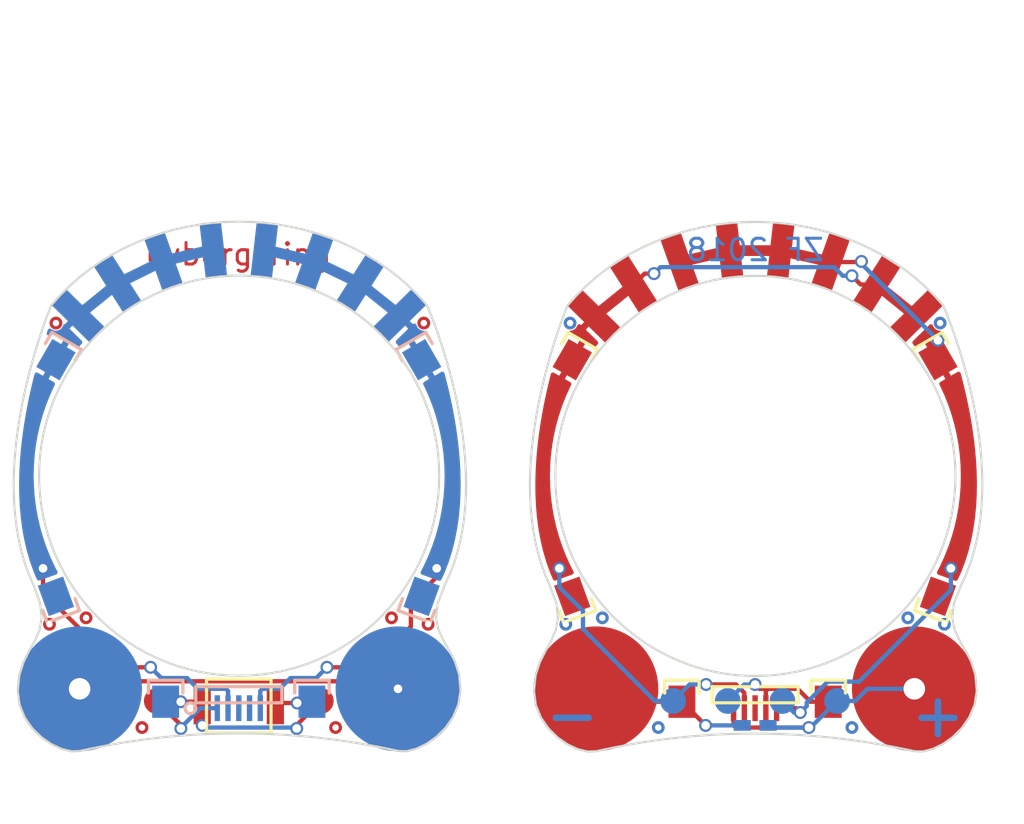
<source format=kicad_pcb>
(kicad_pcb (version 4) (host pcbnew 4.0.7-e2-6376~58~ubuntu14.04.1)

  (general
    (links 0)
    (no_connects 2)
    (area 55.486676 128.033933 100.611734 152.76589)
    (thickness 1.6)
    (drawings 594)
    (tracks 140)
    (zones 0)
    (modules 58)
    (nets 15)
  )

  (page A4)
  (layers
    (0 F.Cu signal)
    (31 B.Cu signal)
    (32 B.Adhes user)
    (33 F.Adhes user)
    (34 B.Paste user)
    (35 F.Paste user)
    (36 B.SilkS user)
    (37 F.SilkS user)
    (38 B.Mask user)
    (39 F.Mask user)
    (40 Dwgs.User user)
    (41 Cmts.User user)
    (42 Eco1.User user)
    (43 Eco2.User user)
    (44 Edge.Cuts user)
    (45 Margin user)
    (46 B.CrtYd user)
    (47 F.CrtYd user)
    (48 B.Fab user)
    (49 F.Fab user)
  )

  (setup
    (last_trace_width 0.2)
    (user_trace_width 0.5)
    (trace_clearance 0.2)
    (zone_clearance 0.2)
    (zone_45_only no)
    (trace_min 0.2)
    (segment_width 0.2)
    (edge_width 0.15)
    (via_size 0.6)
    (via_drill 0.4)
    (via_min_size 0.4)
    (via_min_drill 0.3)
    (uvia_size 0.3)
    (uvia_drill 0.1)
    (uvias_allowed no)
    (uvia_min_size 0.2)
    (uvia_min_drill 0.1)
    (pcb_text_width 0.3)
    (pcb_text_size 1.5 1.5)
    (mod_edge_width 0.15)
    (mod_text_size 1 1)
    (mod_text_width 0.15)
    (pad_size 1.5 1.25)
    (pad_drill 0)
    (pad_to_mask_clearance 0)
    (aux_axis_origin 0 0)
    (visible_elements FFFFFF7F)
    (pcbplotparams
      (layerselection 0x00030_80000001)
      (usegerberextensions false)
      (excludeedgelayer true)
      (linewidth 0.100000)
      (plotframeref false)
      (viasonmask false)
      (mode 1)
      (useauxorigin false)
      (hpglpennumber 1)
      (hpglpenspeed 20)
      (hpglpendiameter 15)
      (hpglpenoverlay 2)
      (psnegative false)
      (psa4output false)
      (plotreference true)
      (plotvalue true)
      (plotinvisibletext false)
      (padsonsilk false)
      (subtractmaskfromsilk false)
      (outputformat 1)
      (mirror false)
      (drillshape 1)
      (scaleselection 1)
      (outputdirectory ""))
  )

  (net 0 "")
  (net 1 VCC)
  (net 2 GND)
  (net 3 /LED_BOTTOM_0)
  (net 4 /LED_TOP_0)
  (net 5 /LED_TOP_1)
  (net 6 /LED_BOTTOM_1)
  (net 7 "Net-(NA1-Pad1)")
  (net 8 "Net-(NA3-Pad1)")
  (net 9 "Net-(R1-Pad1)")
  (net 10 "Net-(U1-Pad4)")
  (net 11 "Net-(U1-Pad3)")
  (net 12 "Net-(U2-Pad13)")
  (net 13 "Net-(NA2-Pad1)")
  (net 14 "Net-(TP1-Pad1)")

  (net_class Default "This is the default net class."
    (clearance 0.2)
    (trace_width 0.2)
    (via_dia 0.6)
    (via_drill 0.4)
    (uvia_dia 0.3)
    (uvia_drill 0.1)
    (add_net /LED_BOTTOM_0)
    (add_net /LED_BOTTOM_1)
    (add_net /LED_TOP_0)
    (add_net /LED_TOP_1)
    (add_net GND)
    (add_net "Net-(NA1-Pad1)")
    (add_net "Net-(NA2-Pad1)")
    (add_net "Net-(NA3-Pad1)")
    (add_net "Net-(R1-Pad1)")
    (add_net "Net-(TP1-Pad1)")
    (add_net "Net-(U1-Pad3)")
    (add_net "Net-(U1-Pad4)")
    (add_net "Net-(U2-Pad13)")
    (add_net VCC)
  )

  (module KiCad_Footprints:ZF_STRUCT_HOLE_0-30mm (layer B.Cu) (tedit 5A73A621) (tstamp 5A73E153)
    (at 98.6 132.8)
    (fp_text reference REF** (at 0 -3.3) (layer B.SilkS) hide
      (effects (font (size 1 1) (thickness 0.15)) (justify mirror))
    )
    (fp_text value ZF_STRUCT_HOLE_0-30mm (at 0 3) (layer B.Fab) hide
      (effects (font (size 1 1) (thickness 0.15)) (justify mirror))
    )
    (pad 1 thru_hole circle (at 0 0) (size 0.3 0.3) (drill 0.3) (layers *.Cu *.Mask))
    (pad 1 smd circle (at 0 0) (size 0.6 0.6) (layers B.Cu B.Paste B.Mask))
  )

  (module KiCad_Footprints:ZF_SMD_0508_CORD (layer F.Cu) (tedit 5A4A8FE5) (tstamp 5A4A9F4E)
    (at 97.490795 132.5007 314.5)
    (path /5A438FDE)
    (fp_text reference D8 (at 0 2.75 314.5) (layer F.SilkS) hide
      (effects (font (size 1 1) (thickness 0.15)))
    )
    (fp_text value LED7 (at 0 -3 314.5) (layer F.Fab) hide
      (effects (font (size 1 1) (thickness 0.15)))
    )
    (pad 1 smd rect (at 0 0 314.5) (size 1 2.5) (layers F.Cu F.Paste F.Mask)
      (net 4 /LED_TOP_0))
  )

  (module KiCad_Footprints:ZF_SMD_0805_CORD (layer F.Cu) (tedit 5A73A295) (tstamp 5A4ADBA7)
    (at 98.5 134.5 120)
    (fp_text reference REF** (at 0 2.75 120) (layer F.SilkS) hide
      (effects (font (size 1 1) (thickness 0.15)))
    )
    (fp_text value ZF_SMD_0805_CORD (at 0 -3 120) (layer F.Fab) hide
      (effects (font (size 1 1) (thickness 0.15)))
    )
    (fp_line (start 1 0.8) (end 0.4 0.8) (layer F.SilkS) (width 0.15))
    (fp_line (start 1 -0.8) (end 1 0.8) (layer F.SilkS) (width 0.15))
    (fp_line (start 0.4 -0.8) (end 1 -0.8) (layer F.SilkS) (width 0.15))
    (pad 1 smd rect (at 0 0 120) (size 1.5 1.25) (layers F.Cu F.Paste F.Mask)
      (net 5 /LED_TOP_1))
  )

  (module KiCad_Footprints:ZF_SMD_0805_CORD (layer F.Cu) (tedit 5921AD73) (tstamp 5A4ADAEC)
    (at 98.5 145.5 250)
    (fp_text reference REF** (at 0 2.75 250) (layer F.SilkS) hide
      (effects (font (size 1 1) (thickness 0.15)))
    )
    (fp_text value ZF_SMD_0805_CORD (at 0 -3 250) (layer F.Fab) hide
      (effects (font (size 1 1) (thickness 0.15)))
    )
    (fp_line (start 1 0.8) (end 0.4 0.8) (layer F.SilkS) (width 0.15))
    (fp_line (start 1 -0.8) (end 1 0.8) (layer F.SilkS) (width 0.15))
    (fp_line (start 0.4 -0.8) (end 1 -0.8) (layer F.SilkS) (width 0.15))
    (pad 1 smd rect (at 0 0 250) (size 1.5 1.25) (layers F.Cu F.Paste F.Mask))
  )

  (module KiCad_Footprints:ZF_SMD_0805_CORD (layer B.Cu) (tedit 5921AD73) (tstamp 5A4ADA8C)
    (at 74.5 145.5 250)
    (fp_text reference REF** (at 0 -2.75 250) (layer B.SilkS) hide
      (effects (font (size 1 1) (thickness 0.15)) (justify mirror))
    )
    (fp_text value ZF_SMD_0805_CORD (at 0 3 250) (layer B.Fab) hide
      (effects (font (size 1 1) (thickness 0.15)) (justify mirror))
    )
    (fp_line (start 1 -0.8) (end 0.4 -0.8) (layer B.SilkS) (width 0.15))
    (fp_line (start 1 0.8) (end 1 -0.8) (layer B.SilkS) (width 0.15))
    (fp_line (start 0.4 0.8) (end 1 0.8) (layer B.SilkS) (width 0.15))
    (pad 1 smd rect (at 0 0 250) (size 1.5 1.25) (layers B.Cu B.Paste B.Mask))
  )

  (module KiCad_Footprints:ZF_SMD_0508_CORD (layer B.Cu) (tedit 5A4A9700) (tstamp 5A4AA63A)
    (at 58.51317 132.454836 45.5)
    (path /5A435F01)
    (fp_text reference D1 (at 0 -2.75 45.5) (layer B.SilkS) hide
      (effects (font (size 1 1) (thickness 0.15)) (justify mirror))
    )
    (fp_text value LED0 (at 0 3 45.5) (layer B.Fab) hide
      (effects (font (size 1 1) (thickness 0.15)) (justify mirror))
    )
    (pad 1 smd rect (at 0 0 45.5) (size 1 2.5) (layers B.Cu B.Paste B.Mask)
      (net 3 /LED_BOTTOM_0))
  )

  (module KiCad_Footprints:ZF_SMD_0508_CORD (layer B.Cu) (tedit 5A4A9737) (tstamp 5A4AA636)
    (at 60.360654 130.958773 32.5)
    (path /5A4367FE)
    (fp_text reference R6 (at 0 -2.75 32.5) (layer B.SilkS) hide
      (effects (font (size 1 1) (thickness 0.15)) (justify mirror))
    )
    (fp_text value LED1 (at 0 3 32.5) (layer B.Fab) hide
      (effects (font (size 1 1) (thickness 0.15)) (justify mirror))
    )
    (pad 1 smd rect (at 0 0 32.5) (size 1 2.5) (layers B.Cu B.Paste B.Mask)
      (net 3 /LED_BOTTOM_0))
  )

  (module KiCad_Footprints:ZF_SMD_0508_CORD (layer B.Cu) (tedit 5A4A9771) (tstamp 5A4AA632)
    (at 62.497328 129.916647 19.5)
    (path /5A437665)
    (fp_text reference D3 (at 0 -2.75 19.5) (layer B.SilkS) hide
      (effects (font (size 1 1) (thickness 0.15)) (justify mirror))
    )
    (fp_text value LED2 (at 0 3 19.5) (layer B.Fab) hide
      (effects (font (size 1 1) (thickness 0.15)) (justify mirror))
    )
    (pad 1 smd rect (at 0 0 19.5) (size 1 2.5) (layers B.Cu B.Paste B.Mask)
      (net 3 /LED_BOTTOM_0))
  )

  (module KiCad_Footprints:ZF_SMD_0508_CORD (layer B.Cu) (tedit 5A4A9796) (tstamp 5A4AA62E)
    (at 64.813666 129.381881 6.5)
    (path /5A43766B)
    (fp_text reference R8 (at 0 -2.75 6.5) (layer B.SilkS) hide
      (effects (font (size 1 1) (thickness 0.15)) (justify mirror))
    )
    (fp_text value LED3 (at 0 3 6.5) (layer B.Fab) hide
      (effects (font (size 1 1) (thickness 0.15)) (justify mirror))
    )
    (pad 1 smd rect (at 0 0 6.5) (size 1 2.5) (layers B.Cu B.Paste B.Mask)
      (net 3 /LED_BOTTOM_0))
  )

  (module KiCad_Footprints:ZF_SMD_0508_CORD (layer B.Cu) (tedit 5A4A97C3) (tstamp 5A4AA62A)
    (at 67.190933 129.381879 353.5)
    (path /5A437FF7)
    (fp_text reference D5 (at 0 -2.75 353.5) (layer B.SilkS) hide
      (effects (font (size 1 1) (thickness 0.15)) (justify mirror))
    )
    (fp_text value LED4 (at 0 3 353.5) (layer B.Fab) hide
      (effects (font (size 1 1) (thickness 0.15)) (justify mirror))
    )
    (pad 1 smd rect (at 0 0 353.5) (size 1 2.5) (layers B.Cu B.Paste B.Mask)
      (net 6 /LED_BOTTOM_1))
  )

  (module KiCad_Footprints:ZF_SMD_0508_CORD (layer B.Cu) (tedit 5A4A97EC) (tstamp 5A4AA626)
    (at 69.507271 129.916648 340.5)
    (path /5A437FFD)
    (fp_text reference R10 (at 0 -2.75 340.5) (layer B.SilkS) hide
      (effects (font (size 1 1) (thickness 0.15)) (justify mirror))
    )
    (fp_text value LED5 (at 0 3 340.5) (layer B.Fab) hide
      (effects (font (size 1 1) (thickness 0.15)) (justify mirror))
    )
    (pad 1 smd rect (at 0 0 340.5) (size 1 2.5) (layers B.Cu B.Paste B.Mask)
      (net 6 /LED_BOTTOM_1))
  )

  (module KiCad_Footprints:ZF_SMD_0508_CORD (layer B.Cu) (tedit 5A4AC7B6) (tstamp 5A4AA622)
    (at 71.643944 130.958773 327.5)
    (path /5A438FD2)
    (fp_text reference D7 (at 0 -2.75 327.5) (layer B.SilkS) hide
      (effects (font (size 1 1) (thickness 0.15)) (justify mirror))
    )
    (fp_text value LED6 (at 0 3 327.5) (layer B.Fab) hide
      (effects (font (size 1 1) (thickness 0.15)) (justify mirror))
    )
    (pad 1 smd rect (at 0 0 327.5) (size 1 2.5) (layers B.Cu B.Paste B.Mask)
      (net 6 /LED_BOTTOM_1))
  )

  (module KiCad_Footprints:ZF_SMD_0508_CORD (layer F.Cu) (tedit 5A4A8EF7) (tstamp 5A4A9F85)
    (at 82.512536 132.5007 45.5)
    (path /5A42C253)
    (fp_text reference R5 (at 0 2.75 45.5) (layer F.SilkS) hide
      (effects (font (size 1 1) (thickness 0.15)))
    )
    (fp_text value LED0 (at 0 -3 45.5) (layer F.Fab) hide
      (effects (font (size 1 1) (thickness 0.15)))
    )
    (pad 1 smd rect (at 0 0 45.5) (size 1 2.5) (layers F.Cu F.Paste F.Mask)
      (net 4 /LED_TOP_0))
  )

  (module KiCad_Footprints:ZF_SMD_0508_CORD (layer F.Cu) (tedit 5A4A8F0B) (tstamp 5A4A9F81)
    (at 84.36002 131.004637 32.5)
    (path /5A436804)
    (fp_text reference D2 (at 0 2.75 32.5) (layer F.SilkS) hide
      (effects (font (size 1 1) (thickness 0.15)))
    )
    (fp_text value LED1 (at 0 -3 32.5) (layer F.Fab) hide
      (effects (font (size 1 1) (thickness 0.15)))
    )
    (pad 1 smd rect (at 0 0 32.5) (size 1 2.5) (layers F.Cu F.Paste F.Mask)
      (net 4 /LED_TOP_0))
  )

  (module KiCad_Footprints:ZF_SMD_0508_CORD (layer F.Cu) (tedit 5A4A8F85) (tstamp 5A4A9F7D)
    (at 86.496693 129.962511 19.5)
    (path /5A43765F)
    (fp_text reference R7 (at 0 2.75 19.5) (layer F.SilkS) hide
      (effects (font (size 1 1) (thickness 0.15)))
    )
    (fp_text value LED2 (at 0 -3 19.5) (layer F.Fab) hide
      (effects (font (size 1 1) (thickness 0.15)))
    )
    (pad 1 smd rect (at 0 0 19.5) (size 1 2.5) (layers F.Cu F.Paste F.Mask)
      (net 5 /LED_TOP_1))
  )

  (module KiCad_Footprints:ZF_SMD_0508_CORD (layer F.Cu) (tedit 5A4A8F9D) (tstamp 5A4A9F79)
    (at 88.813031 129.427743 6.5)
    (path /5A437671)
    (fp_text reference D4 (at 0 2.75 6.5) (layer F.SilkS) hide
      (effects (font (size 1 1) (thickness 0.15)))
    )
    (fp_text value LED3 (at 0 -3 6.5) (layer F.Fab) hide
      (effects (font (size 1 1) (thickness 0.15)))
    )
    (pad 1 smd rect (at 0 0 6.5) (size 1 2.5) (layers F.Cu F.Paste F.Mask)
      (net 5 /LED_TOP_1))
  )

  (module KiCad_Footprints:ZF_SMD_0508_CORD (layer F.Cu) (tedit 5A4A8FB4) (tstamp 5A4A9F75)
    (at 91.190299 129.427743 353.5)
    (path /5A437FF1)
    (fp_text reference R9 (at 0 2.75 353.5) (layer F.SilkS) hide
      (effects (font (size 1 1) (thickness 0.15)))
    )
    (fp_text value LED4 (at 0 -3 353.5) (layer F.Fab) hide
      (effects (font (size 1 1) (thickness 0.15)))
    )
    (pad 1 smd rect (at 0 0 353.5) (size 1 2.5) (layers F.Cu F.Paste F.Mask)
      (net 5 /LED_TOP_1))
  )

  (module KiCad_Footprints:ZF_SMD_0508_CORD (layer F.Cu) (tedit 5A4A8FC5) (tstamp 5A4A9F71)
    (at 93.506637 129.962513 340.5)
    (path /5A438003)
    (fp_text reference D6 (at 0 2.75 340.5) (layer F.SilkS) hide
      (effects (font (size 1 1) (thickness 0.15)))
    )
    (fp_text value LED5 (at 0 -3 340.5) (layer F.Fab) hide
      (effects (font (size 1 1) (thickness 0.15)))
    )
    (pad 1 smd rect (at 0 0 340.5) (size 1 2.5) (layers F.Cu F.Paste F.Mask)
      (net 5 /LED_TOP_1))
  )

  (module KiCad_Footprints:ZF_SMD_0508_CORD (layer F.Cu) (tedit 5A4A8FD7) (tstamp 5A4A9F6D)
    (at 95.643311 131.004637 327.5)
    (path /5A438FCC)
    (fp_text reference R11 (at 0 2.75 327.5) (layer F.SilkS) hide
      (effects (font (size 1 1) (thickness 0.15)))
    )
    (fp_text value LED6 (at 0 -3 327.5) (layer F.Fab) hide
      (effects (font (size 1 1) (thickness 0.15)))
    )
    (pad 1 smd rect (at 0 0 327.5) (size 1 2.5) (layers F.Cu F.Paste F.Mask)
      (net 4 /LED_TOP_0))
  )

  (module KiCad_Footprints:ZF_IC_MLF20-050_CORD_11-15 (layer F.Cu) (tedit 5939EE36) (tstamp 5A42C846)
    (at 90 150.2 270)
    (path /5A42C151)
    (fp_text reference U2 (at 0 3.7 270) (layer Cmts.User)
      (effects (font (size 1 1) (thickness 0.15)))
    )
    (fp_text value ATtiny85_QFN20_11-15 (at 0 -3.7 270) (layer F.Fab) hide
      (effects (font (size 1 1) (thickness 0.15)))
    )
    (fp_line (start -0.5 2) (end 0.25 2) (layer F.SilkS) (width 0.15))
    (fp_line (start -0.5 -2) (end -0.5 2) (layer F.SilkS) (width 0.15))
    (fp_line (start 0.25 -2) (end -0.5 -2) (layer F.SilkS) (width 0.15))
    (fp_line (start 0.25 2) (end 0.25 -2) (layer F.SilkS) (width 0.15))
    (pad 15 smd rect (at 0.5 1 270) (size 1.2 0.25) (layers F.Cu F.Paste F.Mask)
      (net 1 VCC))
    (pad 14 smd rect (at 0.5 0.5 270) (size 1.2 0.25) (layers F.Cu F.Paste F.Mask)
      (net 4 /LED_TOP_0))
    (pad 13 smd rect (at 0.5 0 270) (size 1.2 0.25) (layers F.Cu F.Paste F.Mask)
      (net 12 "Net-(U2-Pad13)"))
    (pad 12 smd rect (at 0.5 -0.5 270) (size 1.2 0.25) (layers F.Cu F.Paste F.Mask)
      (net 13 "Net-(NA2-Pad1)"))
    (pad 11 smd rect (at 0.5 -1 270) (size 1.2 0.25) (layers F.Cu F.Paste F.Mask)
      (net 5 /LED_TOP_1))
    (model Housings_DFN_QFN.3dshapes/QFN-20-1EP_4x4mm_Pitch0.5mm.wrl
      (at (xyz 0 0 0))
      (scale (xyz 1 1 1))
      (rotate (xyz 0 0 0))
    )
  )

  (module KiCad_Footprints:ZF_IC_MLF20-050_CORD_1-5 (layer B.Cu) (tedit 5939EB45) (tstamp 5A42C83D)
    (at 66 150.2 90)
    (path /5A42C0B8)
    (fp_text reference U1 (at 0 -3.7 90) (layer Cmts.User)
      (effects (font (size 1 1) (thickness 0.15)))
    )
    (fp_text value ATtiny85_QFN20_1-5 (at 0 3.7 90) (layer B.Fab) hide
      (effects (font (size 1 1) (thickness 0.15)) (justify mirror))
    )
    (fp_line (start 0.5 2) (end -0.25 2) (layer B.SilkS) (width 0.15))
    (fp_line (start 0.5 -2) (end 0.5 2) (layer B.SilkS) (width 0.15))
    (fp_line (start -0.25 -2) (end 0.5 -2) (layer B.SilkS) (width 0.15))
    (fp_circle (center -0.5 -2.25) (end -0.5 -2.5) (layer B.SilkS) (width 0.15))
    (fp_line (start -0.25 1.35) (end -0.25 1.55) (layer B.SilkS) (width 0.15))
    (fp_line (start -0.25 1.75) (end -0.25 1.85) (layer B.SilkS) (width 0.15))
    (fp_line (start -0.25 2) (end -0.25 -2) (layer B.SilkS) (width 0.15))
    (pad 5 smd rect (at -0.5 1 90) (size 1.2 0.25) (layers B.Cu B.Paste B.Mask)
      (net 6 /LED_BOTTOM_1))
    (pad 4 smd rect (at -0.5 0.5 90) (size 1.2 0.25) (layers B.Cu B.Paste B.Mask)
      (net 10 "Net-(U1-Pad4)"))
    (pad 3 smd rect (at -0.5 0 90) (size 1.2 0.25) (layers B.Cu B.Paste B.Mask)
      (net 11 "Net-(U1-Pad3)"))
    (pad 2 smd rect (at -0.5 -0.5 90) (size 1.2 0.25) (layers B.Cu B.Paste B.Mask)
      (net 3 /LED_BOTTOM_0))
    (pad 1 smd rect (at -0.5 -1 90) (size 1.2 0.25) (layers B.Cu B.Paste B.Mask)
      (net 14 "Net-(TP1-Pad1)"))
    (model Housings_DFN_QFN.3dshapes/QFN-20-1EP_4x4mm_Pitch0.5mm.wrl
      (at (xyz 0 0 0))
      (scale (xyz 1 1 1))
      (rotate (xyz 0 0 0))
    )
  )

  (module KiCad_Footprints:ZF_SMD_0805_CORD (layer F.Cu) (tedit 5921AD73) (tstamp 5A42C7C4)
    (at 86.6 150.4 90)
    (path /5A43408A)
    (fp_text reference NA4 (at 0 2.75 90) (layer F.SilkS) hide
      (effects (font (size 1 1) (thickness 0.15)))
    )
    (fp_text value JMP_GND (at 0 -3 90) (layer F.Fab) hide
      (effects (font (size 1 1) (thickness 0.15)))
    )
    (fp_line (start 1 0.8) (end 0.4 0.8) (layer F.SilkS) (width 0.15))
    (fp_line (start 1 -0.8) (end 1 0.8) (layer F.SilkS) (width 0.15))
    (fp_line (start 0.4 -0.8) (end 1 -0.8) (layer F.SilkS) (width 0.15))
    (pad 1 smd rect (at 0 0 90) (size 1.5 1.25) (layers F.Cu F.Paste F.Mask)
      (net 2 GND))
  )

  (module KiCad_Footprints:ZF_SMD_0805_CORD (layer B.Cu) (tedit 5921AD73) (tstamp 5A42C7BF)
    (at 62.6 150.4 90)
    (path /5A433F51)
    (fp_text reference NA3 (at 0 -2.75 90) (layer B.SilkS) hide
      (effects (font (size 1 1) (thickness 0.15)) (justify mirror))
    )
    (fp_text value JMP_GND (at 0 3 90) (layer B.Fab) hide
      (effects (font (size 1 1) (thickness 0.15)) (justify mirror))
    )
    (fp_line (start 1 -0.8) (end 0.4 -0.8) (layer B.SilkS) (width 0.15))
    (fp_line (start 1 0.8) (end 1 -0.8) (layer B.SilkS) (width 0.15))
    (fp_line (start 0.4 0.8) (end 1 0.8) (layer B.SilkS) (width 0.15))
    (pad 1 smd rect (at 0 0 90) (size 1.5 1.25) (layers B.Cu B.Paste B.Mask)
      (net 8 "Net-(NA3-Pad1)"))
  )

  (module KiCad_Footprints:ZF_SMD_0805_CORD (layer F.Cu) (tedit 5921AD73) (tstamp 5A42C7BA)
    (at 93.4 150.4 90)
    (path /5A43122D)
    (fp_text reference NA2 (at 0 2.75 90) (layer F.SilkS) hide
      (effects (font (size 1 1) (thickness 0.15)))
    )
    (fp_text value SW_JMP (at 0 -3 90) (layer F.Fab) hide
      (effects (font (size 1 1) (thickness 0.15)))
    )
    (fp_line (start 1 0.8) (end 0.4 0.8) (layer F.SilkS) (width 0.15))
    (fp_line (start 1 -0.8) (end 1 0.8) (layer F.SilkS) (width 0.15))
    (fp_line (start 0.4 -0.8) (end 1 -0.8) (layer F.SilkS) (width 0.15))
    (pad 1 smd rect (at 0 0 90) (size 1.5 1.25) (layers F.Cu F.Paste F.Mask)
      (net 13 "Net-(NA2-Pad1)"))
  )

  (module KiCad_Footprints:ZF_SMD_0805_CORD (layer B.Cu) (tedit 5921AD73) (tstamp 5A42C7B5)
    (at 69.4 150.4 90)
    (path /5A432159)
    (fp_text reference NA1 (at 0 -2.75 90) (layer B.SilkS) hide
      (effects (font (size 1 1) (thickness 0.15)) (justify mirror))
    )
    (fp_text value SW_JMP (at 0 3 90) (layer B.Fab) hide
      (effects (font (size 1 1) (thickness 0.15)) (justify mirror))
    )
    (fp_line (start 1 -0.8) (end 0.4 -0.8) (layer B.SilkS) (width 0.15))
    (fp_line (start 1 0.8) (end 1 -0.8) (layer B.SilkS) (width 0.15))
    (fp_line (start 0.4 0.8) (end 1 0.8) (layer B.SilkS) (width 0.15))
    (pad 1 smd rect (at 0 0 90) (size 1.5 1.25) (layers B.Cu B.Paste B.Mask)
      (net 7 "Net-(NA1-Pad1)"))
  )

  (module KiCad_Footprints:ZF_SMD_NonPol_0402_cap (layer B.Cu) (tedit 591B0C39) (tstamp 5A42C788)
    (at 90 151.5 180)
    (path /5A432063)
    (fp_text reference C1 (at 0 -1.25 180) (layer B.Fab)
      (effects (font (size 1 1) (thickness 0.15)) (justify mirror))
    )
    (fp_text value C (at 0 1.5 180) (layer B.Fab) hide
      (effects (font (size 1 1) (thickness 0.15)) (justify mirror))
    )
    (pad 1 smd rect (at -0.6 0 180) (size 0.8 0.5) (layers B.Cu B.Paste B.Mask)
      (net 1 VCC))
    (pad 2 smd rect (at 0.6 0 180) (size 0.8 0.5) (layers B.Cu B.Paste B.Mask)
      (net 2 GND))
    (model Capacitors_SMD.3dshapes/C_0402.wrl
      (at (xyz 0 0 0))
      (scale (xyz 1 1 1))
      (rotate (xyz 0 0 0))
    )
  )

  (module KiCad_Footprints:ZF_SW_B3U (layer F.Cu) (tedit 5A4A7462) (tstamp 5A4A8734)
    (at 66 150.6)
    (path /5A4A7E66)
    (fp_text reference SW1 (at 0 3) (layer F.Fab)
      (effects (font (size 1 1) (thickness 0.15)))
    )
    (fp_text value SW_PUSH (at 0 -4) (layer F.Fab) hide
      (effects (font (size 1 1) (thickness 0.15)))
    )
    (fp_line (start -1.5 1.25) (end -1.5 -1.25) (layer F.SilkS) (width 0.15))
    (fp_line (start 1.5 1.25) (end -1.5 1.25) (layer F.SilkS) (width 0.15))
    (fp_line (start 1.5 -1.25) (end 1.5 1.25) (layer F.SilkS) (width 0.15))
    (fp_line (start -1.5 -1.25) (end 1.5 -1.25) (layer F.SilkS) (width 0.15))
    (pad 1 smd rect (at -1.7 0) (size 0.8 1.7) (layers F.Cu F.Paste F.Mask)
      (net 8 "Net-(NA3-Pad1)"))
    (pad 2 smd rect (at 1.7 0) (size 0.8 1.7) (layers F.Cu F.Paste F.Mask)
      (net 7 "Net-(NA1-Pad1)"))
  )

  (module KiCad_Footprints:ZF_SMD_0508_CORD (layer B.Cu) (tedit 5A4AC7BA) (tstamp 5A4AA620)
    (at 73.491429 132.454837 314.5)
    (path /5A438FD8)
    (fp_text reference R12 (at 0 -2.75 314.5) (layer B.SilkS) hide
      (effects (font (size 1 1) (thickness 0.15)) (justify mirror))
    )
    (fp_text value LED7 (at 0 3 314.5) (layer B.Fab) hide
      (effects (font (size 1 1) (thickness 0.15)) (justify mirror))
    )
    (pad 1 smd rect (at 0 0 314.5) (size 1 2.5) (layers B.Cu B.Paste B.Mask)
      (net 6 /LED_BOTTOM_1))
  )

  (module KiCad_Footprints:ZF_SMD_0805_CORD (layer B.Cu) (tedit 5921AD73) (tstamp 5A4ADA2D)
    (at 57.5 145.5 290)
    (fp_text reference REF** (at 0 -2.75 290) (layer B.SilkS) hide
      (effects (font (size 1 1) (thickness 0.15)) (justify mirror))
    )
    (fp_text value ZF_SMD_0805_CORD (at 0 3 290) (layer B.Fab) hide
      (effects (font (size 1 1) (thickness 0.15)) (justify mirror))
    )
    (fp_line (start 1 -0.8) (end 0.4 -0.8) (layer B.SilkS) (width 0.15))
    (fp_line (start 1 0.8) (end 1 -0.8) (layer B.SilkS) (width 0.15))
    (fp_line (start 0.4 0.8) (end 1 0.8) (layer B.SilkS) (width 0.15))
    (pad 1 smd rect (at 0 0 290) (size 1.5 1.25) (layers B.Cu B.Paste B.Mask))
  )

  (module KiCad_Footprints:ZF_SMD_0805_CORD (layer F.Cu) (tedit 5921AD73) (tstamp 5A4ADAB3)
    (at 81.5 145.5 290)
    (fp_text reference REF** (at 0 2.75 290) (layer F.SilkS) hide
      (effects (font (size 1 1) (thickness 0.15)))
    )
    (fp_text value ZF_SMD_0805_CORD (at 0 -3 290) (layer F.Fab) hide
      (effects (font (size 1 1) (thickness 0.15)))
    )
    (fp_line (start 1 0.8) (end 0.4 0.8) (layer F.SilkS) (width 0.15))
    (fp_line (start 1 -0.8) (end 1 0.8) (layer F.SilkS) (width 0.15))
    (fp_line (start 0.4 -0.8) (end 1 -0.8) (layer F.SilkS) (width 0.15))
    (pad 1 smd rect (at 0 0 290) (size 1.5 1.25) (layers F.Cu F.Paste F.Mask))
  )

  (module KiCad_Footprints:ZF_SMD_0805_CORD (layer B.Cu) (tedit 5A4AD308) (tstamp 5A4ADB13)
    (at 57.5 134.5 60)
    (fp_text reference REF** (at 0 -2.75 60) (layer B.SilkS) hide
      (effects (font (size 1 1) (thickness 0.15)) (justify mirror))
    )
    (fp_text value ZF_SMD_0805_CORD (at 0 3 60) (layer B.Fab) hide
      (effects (font (size 1 1) (thickness 0.15)) (justify mirror))
    )
    (fp_line (start 1 -0.8) (end 0.4 -0.8) (layer B.SilkS) (width 0.15))
    (fp_line (start 1 0.8) (end 1 -0.8) (layer B.SilkS) (width 0.15))
    (fp_line (start 0.4 0.8) (end 1 0.8) (layer B.SilkS) (width 0.15))
    (pad 1 smd rect (at 0 0 60) (size 1.5 1.25) (layers B.Cu B.Paste B.Mask)
      (net 3 /LED_BOTTOM_0))
  )

  (module KiCad_Footprints:ZF_SMD_0805_CORD (layer B.Cu) (tedit 5A4AD33F) (tstamp 5A4ADB63)
    (at 74.5 134.5 120)
    (fp_text reference REF** (at 0 -2.75 120) (layer B.SilkS) hide
      (effects (font (size 1 1) (thickness 0.15)) (justify mirror))
    )
    (fp_text value ZF_SMD_0805_CORD (at 0 3 120) (layer B.Fab) hide
      (effects (font (size 1 1) (thickness 0.15)) (justify mirror))
    )
    (fp_line (start 1 -0.8) (end 0.4 -0.8) (layer B.SilkS) (width 0.15))
    (fp_line (start 1 0.8) (end 1 -0.8) (layer B.SilkS) (width 0.15))
    (fp_line (start 0.4 0.8) (end 1 0.8) (layer B.SilkS) (width 0.15))
    (pad 1 smd rect (at 0 0 120) (size 1.5 1.25) (layers B.Cu B.Paste B.Mask)
      (net 6 /LED_BOTTOM_1))
  )

  (module KiCad_Footprints:ZF_SMD_0805_CORD (layer F.Cu) (tedit 5A4AD360) (tstamp 5A4ADB8C)
    (at 81.5 134.5 60)
    (fp_text reference REF** (at 0 2.75 60) (layer F.SilkS) hide
      (effects (font (size 1 1) (thickness 0.15)))
    )
    (fp_text value ZF_SMD_0805_CORD (at 0 -3 60) (layer F.Fab) hide
      (effects (font (size 1 1) (thickness 0.15)))
    )
    (fp_line (start 1 0.8) (end 0.4 0.8) (layer F.SilkS) (width 0.15))
    (fp_line (start 1 -0.8) (end 1 0.8) (layer F.SilkS) (width 0.15))
    (fp_line (start 0.4 -0.8) (end 1 -0.8) (layer F.SilkS) (width 0.15))
    (pad 1 smd rect (at 0 0 60) (size 1.5 1.25) (layers F.Cu F.Paste F.Mask)
      (net 4 /LED_TOP_0))
  )

  (module KiCad_Footprints:ZF_CONN_1-2_pad (layer F.Cu) (tedit 5A4AD501) (tstamp 5A42C834)
    (at 69.81 150.365)
    (path /5A433B99)
    (attr smd)
    (fp_text reference TP7 (at 0 1.5) (layer Cmts.User)
      (effects (font (size 1 1) (thickness 0.15)))
    )
    (fp_text value GND (at 0 -1.6) (layer F.Fab) hide
      (effects (font (size 1 1) (thickness 0.15)))
    )
    (pad 1 smd circle (at 0 0) (size 1.2 1.2) (layers F.Cu F.Mask)
      (net 8 "Net-(NA3-Pad1)"))
  )

  (module KiCad_Footprints:ZF_CONN_1-2_pad (layer B.Cu) (tedit 5A4AD501) (tstamp 5A42C81B)
    (at 86.19 150.365)
    (path /5A42DADA)
    (attr smd)
    (fp_text reference TP2 (at 0 -1.5) (layer Cmts.User)
      (effects (font (size 1 1) (thickness 0.15)))
    )
    (fp_text value SCK (at 0 1.6) (layer B.Fab) hide
      (effects (font (size 1 1) (thickness 0.15)) (justify mirror))
    )
    (pad 1 smd circle (at 0 0) (size 1.2 1.2) (layers B.Cu B.Mask)
      (net 4 /LED_TOP_0))
  )

  (module KiCad_Footprints:ZF_CONN_1-2_pad (layer B.Cu) (tedit 5A4AD501) (tstamp 5A42C820)
    (at 88.73 150.365)
    (path /5A42DC11)
    (attr smd)
    (fp_text reference TP3 (at 0 -1.5) (layer Cmts.User)
      (effects (font (size 1 1) (thickness 0.15)))
    )
    (fp_text value MISO (at 0 1.6) (layer B.Fab) hide
      (effects (font (size 1 1) (thickness 0.15)) (justify mirror))
    )
    (pad 1 smd circle (at 0 0) (size 1.2 1.2) (layers B.Cu B.Mask)
      (net 13 "Net-(NA2-Pad1)"))
  )

  (module KiCad_Footprints:ZF_CONN_1-2_pad (layer B.Cu) (tedit 5A4AD501) (tstamp 5A42C825)
    (at 91.27 150.365)
    (path /5A42DD03)
    (attr smd)
    (fp_text reference TP4 (at 0 -1.5) (layer Cmts.User)
      (effects (font (size 1 1) (thickness 0.15)))
    )
    (fp_text value MOSI (at 0 1.6) (layer B.Fab) hide
      (effects (font (size 1 1) (thickness 0.15)) (justify mirror))
    )
    (pad 1 smd circle (at 0 0) (size 1.2 1.2) (layers B.Cu B.Mask)
      (net 5 /LED_TOP_1))
  )

  (module KiCad_Footprints:ZF_CONN_1-2_pad (layer B.Cu) (tedit 5A4AD501) (tstamp 5A42C82A)
    (at 93.81 150.365)
    (path /5A42F2C2)
    (attr smd)
    (fp_text reference TP5 (at 0 -1.5) (layer Cmts.User)
      (effects (font (size 1 1) (thickness 0.15)))
    )
    (fp_text value VCC (at 0 1.6) (layer B.Fab) hide
      (effects (font (size 1 1) (thickness 0.15)) (justify mirror))
    )
    (pad 1 smd circle (at 0 0) (size 1.2 1.2) (layers B.Cu B.Mask)
      (net 1 VCC))
  )

  (module KiCad_Footprints:ZF_CONN_1-2_pad (layer F.Cu) (tedit 5A4AD501) (tstamp 5A42C816)
    (at 62.19 150.365)
    (path /5A432B82)
    (attr smd)
    (fp_text reference TP1 (at 0 1.5) (layer Cmts.User)
      (effects (font (size 1 1) (thickness 0.15)))
    )
    (fp_text value RESET (at 0 -1.6) (layer F.Fab) hide
      (effects (font (size 1 1) (thickness 0.15)))
    )
    (pad 1 smd circle (at 0 0) (size 1.2 1.2) (layers F.Cu F.Mask)
      (net 14 "Net-(TP1-Pad1)"))
  )

  (module KiCad_Footprints:ZF_BATT_AC10E_NEG (layer B.Cu) (tedit 5A73A423) (tstamp 5A440BA7)
    (at 73.4 149.8)
    (path /5A43068F)
    (fp_text reference R1 (at 0 -3) (layer B.Fab)
      (effects (font (size 1 1) (thickness 0.15)) (justify mirror))
    )
    (fp_text value BATT0- (at 0 3) (layer B.Fab) hide
      (effects (font (size 1 1) (thickness 0.15)) (justify mirror))
    )
    (pad 1 smd circle (at 0 0) (size 5.8 5.8) (layers B.Cu B.Mask)
      (net 9 "Net-(R1-Pad1)"))
  )

  (module KiCad_Footprints:ZF_BATT_AC10E_NEG (layer F.Cu) (tedit 5A73A423) (tstamp 5A440BB6)
    (at 82.6 149.8)
    (path /5A4303EE)
    (fp_text reference R4 (at 0 3) (layer F.Fab)
      (effects (font (size 1 1) (thickness 0.15)))
    )
    (fp_text value BATT1- (at 0 -3) (layer F.Fab) hide
      (effects (font (size 1 1) (thickness 0.15)))
    )
    (pad 1 smd circle (at 0 0) (size 5.8 5.8) (layers F.Cu F.Mask)
      (net 2 GND))
  )

  (module KiCad_Footprints:ZF_BATT_AC10E_POS (layer F.Cu) (tedit 5A73A40E) (tstamp 5A440BAC)
    (at 97.4 149.8)
    (path /5A430319)
    (fp_text reference R2 (at 0 3.8) (layer F.Fab)
      (effects (font (size 1 1) (thickness 0.15)))
    )
    (fp_text value BATT0+ (at 0 -2.4) (layer F.Fab) hide
      (effects (font (size 1 1) (thickness 0.15)))
    )
    (pad 1 smd circle (at 0 0) (size 5.8 5.8) (layers F.Cu F.Mask)
      (net 1 VCC))
    (pad 1 thru_hole circle (at 0 0) (size 1 1) (drill 1) (layers *.Cu *.Mask)
      (net 1 VCC))
  )

  (module KiCad_Footprints:ZF_BATT_AC10E_POS (layer B.Cu) (tedit 5A73A40E) (tstamp 5A440BB1)
    (at 58.6 149.8)
    (path /5A43078A)
    (fp_text reference R3 (at 0 -3.8) (layer B.Fab)
      (effects (font (size 1 1) (thickness 0.15)) (justify mirror))
    )
    (fp_text value BATT1+ (at 0 2.4) (layer B.Fab) hide
      (effects (font (size 1 1) (thickness 0.15)) (justify mirror))
    )
    (pad 1 smd circle (at 0 0) (size 5.8 5.8) (layers B.Cu B.Mask)
      (net 9 "Net-(R1-Pad1)"))
    (pad 1 thru_hole circle (at 0 0) (size 1 1) (drill 1) (layers *.Cu *.Mask)
      (net 9 "Net-(R1-Pad1)"))
  )

  (module KiCad_Footprints:ZF_STRUCT_HOLE_0-30mm (layer F.Cu) (tedit 5A73A621) (tstamp 5A73E0CC)
    (at 57.2 146.8)
    (fp_text reference REF** (at 0 3.3) (layer F.SilkS) hide
      (effects (font (size 1 1) (thickness 0.15)))
    )
    (fp_text value ZF_STRUCT_HOLE_0-30mm (at 0 -3) (layer F.Fab) hide
      (effects (font (size 1 1) (thickness 0.15)))
    )
    (pad 1 thru_hole circle (at 0 0) (size 0.3 0.3) (drill 0.3) (layers *.Cu *.Mask))
    (pad 1 smd circle (at 0 0) (size 0.6 0.6) (layers F.Cu F.Paste F.Mask))
  )

  (module KiCad_Footprints:ZF_STRUCT_HOLE_0-30mm (layer F.Cu) (tedit 5A73A621) (tstamp 5A73E0E6)
    (at 58.9 146.5)
    (fp_text reference REF** (at 0 3.3) (layer F.SilkS) hide
      (effects (font (size 1 1) (thickness 0.15)))
    )
    (fp_text value ZF_STRUCT_HOLE_0-30mm (at 0 -3) (layer F.Fab) hide
      (effects (font (size 1 1) (thickness 0.15)))
    )
    (pad 1 thru_hole circle (at 0 0) (size 0.3 0.3) (drill 0.3) (layers *.Cu *.Mask))
    (pad 1 smd circle (at 0 0) (size 0.6 0.6) (layers F.Cu F.Paste F.Mask))
  )

  (module KiCad_Footprints:ZF_STRUCT_HOLE_0-30mm (layer F.Cu) (tedit 5A73A621) (tstamp 5A73E0ED)
    (at 73.1 146.5)
    (fp_text reference REF** (at 0 3.3) (layer F.SilkS) hide
      (effects (font (size 1 1) (thickness 0.15)))
    )
    (fp_text value ZF_STRUCT_HOLE_0-30mm (at 0 -3) (layer F.Fab) hide
      (effects (font (size 1 1) (thickness 0.15)))
    )
    (pad 1 thru_hole circle (at 0 0) (size 0.3 0.3) (drill 0.3) (layers *.Cu *.Mask))
    (pad 1 smd circle (at 0 0) (size 0.6 0.6) (layers F.Cu F.Paste F.Mask))
  )

  (module KiCad_Footprints:ZF_STRUCT_HOLE_0-30mm (layer F.Cu) (tedit 5A73A621) (tstamp 5A73E0D3)
    (at 74.8 146.8)
    (fp_text reference REF** (at 0 3.3) (layer F.SilkS) hide
      (effects (font (size 1 1) (thickness 0.15)))
    )
    (fp_text value ZF_STRUCT_HOLE_0-30mm (at 0 -3) (layer F.Fab) hide
      (effects (font (size 1 1) (thickness 0.15)))
    )
    (pad 1 thru_hole circle (at 0 0) (size 0.3 0.3) (drill 0.3) (layers *.Cu *.Mask))
    (pad 1 smd circle (at 0 0) (size 0.6 0.6) (layers F.Cu F.Paste F.Mask))
  )

  (module KiCad_Footprints:ZF_STRUCT_HOLE_0-30mm (layer B.Cu) (tedit 5A73A621) (tstamp 5A73E0D9)
    (at 81.2 146.8)
    (fp_text reference REF** (at 0 -3.3) (layer B.SilkS) hide
      (effects (font (size 1 1) (thickness 0.15)) (justify mirror))
    )
    (fp_text value ZF_STRUCT_HOLE_0-30mm (at 0 3) (layer B.Fab) hide
      (effects (font (size 1 1) (thickness 0.15)) (justify mirror))
    )
    (pad 1 thru_hole circle (at 0 0) (size 0.3 0.3) (drill 0.3) (layers *.Cu *.Mask))
    (pad 1 smd circle (at 0 0) (size 0.6 0.6) (layers B.Cu B.Paste B.Mask))
  )

  (module KiCad_Footprints:ZF_STRUCT_HOLE_0-30mm (layer B.Cu) (tedit 5A73A621) (tstamp 5A73E0F3)
    (at 82.9 146.5)
    (fp_text reference REF** (at 0 -3.3) (layer B.SilkS) hide
      (effects (font (size 1 1) (thickness 0.15)) (justify mirror))
    )
    (fp_text value ZF_STRUCT_HOLE_0-30mm (at 0 3) (layer B.Fab) hide
      (effects (font (size 1 1) (thickness 0.15)) (justify mirror))
    )
    (pad 1 thru_hole circle (at 0 0) (size 0.3 0.3) (drill 0.3) (layers *.Cu *.Mask))
    (pad 1 smd circle (at 0 0) (size 0.6 0.6) (layers B.Cu B.Paste B.Mask))
  )

  (module KiCad_Footprints:ZF_STRUCT_HOLE_0-30mm (layer B.Cu) (tedit 5A73A621) (tstamp 5A73E0DF)
    (at 98.8 146.8)
    (fp_text reference REF** (at 0 -3.3) (layer B.SilkS) hide
      (effects (font (size 1 1) (thickness 0.15)) (justify mirror))
    )
    (fp_text value ZF_STRUCT_HOLE_0-30mm (at 0 3) (layer B.Fab) hide
      (effects (font (size 1 1) (thickness 0.15)) (justify mirror))
    )
    (pad 1 thru_hole circle (at 0 0) (size 0.3 0.3) (drill 0.3) (layers *.Cu *.Mask))
    (pad 1 smd circle (at 0 0) (size 0.6 0.6) (layers B.Cu B.Paste B.Mask))
  )

  (module KiCad_Footprints:ZF_STRUCT_HOLE_0-30mm (layer B.Cu) (tedit 5A73A621) (tstamp 5A73E133)
    (at 97.1 146.5)
    (fp_text reference REF** (at 0 -3.3) (layer B.SilkS) hide
      (effects (font (size 1 1) (thickness 0.15)) (justify mirror))
    )
    (fp_text value ZF_STRUCT_HOLE_0-30mm (at 0 3) (layer B.Fab) hide
      (effects (font (size 1 1) (thickness 0.15)) (justify mirror))
    )
    (pad 1 thru_hole circle (at 0 0) (size 0.3 0.3) (drill 0.3) (layers *.Cu *.Mask))
    (pad 1 smd circle (at 0 0) (size 0.6 0.6) (layers B.Cu B.Paste B.Mask))
  )

  (module KiCad_Footprints:ZF_STRUCT_HOLE_0-30mm (layer F.Cu) (tedit 5A73A621) (tstamp 5A73E13A)
    (at 57.5 132.8)
    (fp_text reference REF** (at 0 3.3) (layer F.SilkS) hide
      (effects (font (size 1 1) (thickness 0.15)))
    )
    (fp_text value ZF_STRUCT_HOLE_0-30mm (at 0 -3) (layer F.Fab) hide
      (effects (font (size 1 1) (thickness 0.15)))
    )
    (pad 1 thru_hole circle (at 0 0) (size 0.3 0.3) (drill 0.3) (layers *.Cu *.Mask))
    (pad 1 smd circle (at 0 0) (size 0.6 0.6) (layers F.Cu F.Paste F.Mask))
  )

  (module KiCad_Footprints:ZF_STRUCT_HOLE_0-30mm (layer F.Cu) (tedit 5A73A621) (tstamp 5A73E141)
    (at 74.6 132.8)
    (fp_text reference REF** (at 0 3.3) (layer F.SilkS) hide
      (effects (font (size 1 1) (thickness 0.15)))
    )
    (fp_text value ZF_STRUCT_HOLE_0-30mm (at 0 -3) (layer F.Fab) hide
      (effects (font (size 1 1) (thickness 0.15)))
    )
    (pad 1 thru_hole circle (at 0 0) (size 0.3 0.3) (drill 0.3) (layers *.Cu *.Mask))
    (pad 1 smd circle (at 0 0) (size 0.6 0.6) (layers F.Cu F.Paste F.Mask))
  )

  (module KiCad_Footprints:ZF_STRUCT_HOLE_0-30mm (layer B.Cu) (tedit 5A73A621) (tstamp 5A73E147)
    (at 81.4 132.8)
    (fp_text reference REF** (at 0 -3.3) (layer B.SilkS) hide
      (effects (font (size 1 1) (thickness 0.15)) (justify mirror))
    )
    (fp_text value ZF_STRUCT_HOLE_0-30mm (at 0 3) (layer B.Fab) hide
      (effects (font (size 1 1) (thickness 0.15)) (justify mirror))
    )
    (pad 1 thru_hole circle (at 0 0) (size 0.3 0.3) (drill 0.3) (layers *.Cu *.Mask))
    (pad 1 smd circle (at 0 0) (size 0.6 0.6) (layers B.Cu B.Paste B.Mask))
  )

  (module KiCad_Footprints:ZF_STRUCT_HOLE_0-30mm (layer F.Cu) (tedit 5A73A621) (tstamp 5A73EDAC)
    (at 61.5 151.6)
    (fp_text reference REF** (at 0 3.3) (layer F.SilkS) hide
      (effects (font (size 1 1) (thickness 0.15)))
    )
    (fp_text value ZF_STRUCT_HOLE_0-30mm (at 0 -3) (layer F.Fab) hide
      (effects (font (size 1 1) (thickness 0.15)))
    )
    (pad 1 thru_hole circle (at 0 0) (size 0.3 0.3) (drill 0.3) (layers *.Cu *.Mask))
    (pad 1 smd circle (at 0 0) (size 0.6 0.6) (layers F.Cu F.Paste F.Mask))
  )

  (module KiCad_Footprints:ZF_STRUCT_HOLE_0-30mm (layer F.Cu) (tedit 5A73A621) (tstamp 5A73EDB3)
    (at 70.5 151.6)
    (fp_text reference REF** (at 0 3.3) (layer F.SilkS) hide
      (effects (font (size 1 1) (thickness 0.15)))
    )
    (fp_text value ZF_STRUCT_HOLE_0-30mm (at 0 -3) (layer F.Fab) hide
      (effects (font (size 1 1) (thickness 0.15)))
    )
    (pad 1 thru_hole circle (at 0 0) (size 0.3 0.3) (drill 0.3) (layers *.Cu *.Mask))
    (pad 1 smd circle (at 0 0) (size 0.6 0.6) (layers F.Cu F.Paste F.Mask))
  )

  (module KiCad_Footprints:ZF_STRUCT_HOLE_0-30mm (layer B.Cu) (tedit 5A73A621) (tstamp 5A73EDB9)
    (at 85.5 151.6)
    (fp_text reference REF** (at 0 -3.3) (layer B.SilkS) hide
      (effects (font (size 1 1) (thickness 0.15)) (justify mirror))
    )
    (fp_text value ZF_STRUCT_HOLE_0-30mm (at 0 3) (layer B.Fab) hide
      (effects (font (size 1 1) (thickness 0.15)) (justify mirror))
    )
    (pad 1 thru_hole circle (at 0 0) (size 0.3 0.3) (drill 0.3) (layers *.Cu *.Mask))
    (pad 1 smd circle (at 0 0) (size 0.6 0.6) (layers B.Cu B.Paste B.Mask))
  )

  (module KiCad_Footprints:ZF_STRUCT_HOLE_0-30mm (layer B.Cu) (tedit 5A73A621) (tstamp 5A73EDBF)
    (at 94.5 151.6)
    (fp_text reference REF** (at 0 -3.3) (layer B.SilkS) hide
      (effects (font (size 1 1) (thickness 0.15)) (justify mirror))
    )
    (fp_text value ZF_STRUCT_HOLE_0-30mm (at 0 3) (layer B.Fab) hide
      (effects (font (size 1 1) (thickness 0.15)) (justify mirror))
    )
    (pad 1 thru_hole circle (at 0 0) (size 0.3 0.3) (drill 0.3) (layers *.Cu *.Mask))
    (pad 1 smd circle (at 0 0) (size 0.6 0.6) (layers B.Cu B.Paste B.Mask))
  )

  (gr_line (start 102.3 151.6) (end 102.3 151.6) (layer Cmts.User) (width 0.2) (tstamp 5A73EDAD))
  (gr_line (start 61.5 151.6) (end 102.3 151.6) (layer Cmts.User) (width 0.2))
  (gr_line (start 101.7 132.8) (end 101.7 132.8) (layer Cmts.User) (width 0.2) (tstamp 5A73E13B))
  (gr_text + (at 57.5 151) (layer F.Cu)
    (effects (font (size 2 2) (thickness 0.3)))
  )
  (gr_text - (at 74.5 151) (layer F.Cu)
    (effects (font (size 2 2) (thickness 0.3)) (justify mirror))
  )
  (gr_text - (at 81.5 151) (layer B.Cu)
    (effects (font (size 2 2) (thickness 0.3)) (justify mirror))
  )
  (gr_text + (at 98.5 151) (layer B.Cu)
    (effects (font (size 2 2) (thickness 0.3)))
  )
  (gr_text "cyborg ring" (at 66 129.6) (layer F.Cu)
    (effects (font (size 1 1) (thickness 0.14)))
  )
  (gr_text "ZF 2018" (at 90 129.4) (layer B.Cu)
    (effects (font (size 1 1) (thickness 0.14)) (justify mirror))
  )
  (gr_text BOTTOM (at 66 140) (layer Cmts.User)
    (effects (font (size 1.5 1.5) (thickness 0.3)))
  )
  (gr_text TOP (at 90 140) (layer Cmts.User)
    (effects (font (size 1.5 1.5) (thickness 0.3)))
  )
  (gr_line (start 75.492769 147.517833) (end 75.271424 147.027827) (layer Edge.Cuts) (width 0.1))
  (gr_line (start 75.770012 147.997156) (end 75.492769 147.517833) (layer Edge.Cuts) (width 0.1))
  (gr_line (start 76.039834 148.517461) (end 75.770012 147.997156) (layer Edge.Cuts) (width 0.1))
  (gr_line (start 67.890207 130.780404) (end 68.340148 130.88425) (layer Edge.Cuts) (width 0.1))
  (gr_line (start 67.432231 130.698619) (end 67.890207 130.780404) (layer Edge.Cuts) (width 0.1))
  (gr_line (start 66.966804 130.639476) (end 67.432231 130.698619) (layer Edge.Cuts) (width 0.1))
  (gr_line (start 56.823088 138.475165) (end 56.904874 138.017188) (layer Edge.Cuts) (width 0.1))
  (gr_line (start 56.763946 138.940591) (end 56.823088 138.475165) (layer Edge.Cuts) (width 0.1))
  (gr_line (start 56.728033 139.412887) (end 56.763946 138.940591) (layer Edge.Cuts) (width 0.1))
  (gr_line (start 75.144255 132.98023) (end 75.049409 132.723859) (layer Edge.Cuts) (width 0.1))
  (gr_line (start 75.247136 133.268952) (end 75.144255 132.98023) (layer Edge.Cuts) (width 0.1))
  (gr_line (start 75.356308 133.588126) (end 75.247136 133.268952) (layer Edge.Cuts) (width 0.1))
  (gr_line (start 75.470016 133.935863) (end 75.356308 133.588126) (layer Edge.Cuts) (width 0.1))
  (gr_line (start 62.395953 148.460624) (end 61.983999 148.274383) (layer Edge.Cuts) (width 0.1))
  (gr_line (start 62.818281 148.627144) (end 62.395953 148.460624) (layer Edge.Cuts) (width 0.1))
  (gr_line (start 63.250397 148.773355) (end 62.818281 148.627144) (layer Edge.Cuts) (width 0.1))
  (gr_line (start 70.448865 148.069004) (end 70.047866 148.274383) (layer Edge.Cuts) (width 0.1))
  (gr_line (start 70.83832 147.845072) (end 70.448865 148.069004) (layer Edge.Cuts) (width 0.1))
  (gr_line (start 76.045323 136.036626) (end 75.935194 135.57451) (layer Edge.Cuts) (width 0.1))
  (gr_line (start 76.149483 136.515936) (end 76.045323 136.036626) (layer Edge.Cuts) (width 0.1))
  (gr_line (start 76.245926 137.010544) (end 76.149483 136.515936) (layer Edge.Cuts) (width 0.1))
  (gr_line (start 55.849007 137.003474) (end 55.764958 137.511156) (layer Edge.Cuts) (width 0.1))
  (gr_line (start 55.941974 136.509258) (end 55.849007 137.003474) (layer Edge.Cuts) (width 0.1))
  (gr_line (start 56.042194 136.030389) (end 55.941974 136.509258) (layer Edge.Cuts) (width 0.1))
  (gr_line (start 56.148002 135.568758) (end 56.042194 136.030389) (layer Edge.Cuts) (width 0.1))
  (gr_line (start 56.823088 141.307761) (end 56.763946 140.842334) (layer Edge.Cuts) (width 0.1))
  (gr_line (start 56.904874 141.765737) (end 56.823088 141.307761) (layer Edge.Cuts) (width 0.1))
  (gr_line (start 57.00872 142.215679) (end 56.904874 141.765737) (layer Edge.Cuts) (width 0.1))
  (gr_line (start 62.262775 152.076633) (end 62.722735 152.028466) (layer Edge.Cuts) (width 0.1))
  (gr_line (start 61.803619 152.131139) (end 62.262775 152.076633) (layer Edge.Cuts) (width 0.1))
  (gr_line (start 61.345313 152.191972) (end 61.803619 152.131139) (layer Edge.Cuts) (width 0.1))
  (gr_line (start 75.303832 140.370038) (end 75.267919 140.842334) (layer Edge.Cuts) (width 0.1))
  (gr_line (start 59.131903 146.144573) (end 58.8396 145.807129) (layer Edge.Cuts) (width 0.1))
  (gr_line (start 59.439839 146.467557) (end 59.131903 146.144573) (layer Edge.Cuts) (width 0.1))
  (gr_line (start 59.762822 146.775492) (end 59.439839 146.467557) (layer Edge.Cuts) (width 0.1))
  (gr_line (start 56.763353 145.815725) (end 56.838746 146.489841) (layer Edge.Cuts) (width 0.1))
  (gr_line (start 56.455968 144.977059) (end 56.763353 145.815725) (layer Edge.Cuts) (width 0.1))
  (gr_line (start 56.240537 144.478771) (end 56.455968 144.977059) (layer Edge.Cuts) (width 0.1))
  (gr_line (start 56.057307 143.967559) (end 56.240537 144.478771) (layer Edge.Cuts) (width 0.1))
  (gr_line (start 75.126992 141.765737) (end 75.023145 142.215679) (layer Edge.Cuts) (width 0.1))
  (gr_line (start 75.208777 141.307761) (end 75.126992 141.765737) (layer Edge.Cuts) (width 0.1))
  (gr_line (start 72.592026 133.315369) (end 72.899962 133.638353) (layer Edge.Cuts) (width 0.1))
  (gr_line (start 72.269043 133.007434) (end 72.592026 133.315369) (layer Edge.Cuts) (width 0.1))
  (gr_line (start 71.931598 132.71513) (end 72.269043 133.007434) (layer Edge.Cuts) (width 0.1))
  (gr_line (start 75.586509 134.310262) (end 75.470016 133.935863) (layer Edge.Cuts) (width 0.1))
  (gr_line (start 75.704034 134.709434) (end 75.586509 134.310262) (layer Edge.Cuts) (width 0.1))
  (gr_line (start 75.820846 135.13148) (end 75.704034 134.709434) (layer Edge.Cuts) (width 0.1))
  (gr_line (start 75.935194 135.57451) (end 75.820846 135.13148) (layer Edge.Cuts) (width 0.1))
  (gr_line (start 72.400197 129.921207) (end 71.872794 129.602341) (layer Edge.Cuts) (width 0.1))
  (gr_line (start 72.91037 130.27044) (end 72.400197 129.921207) (layer Edge.Cuts) (width 0.1))
  (gr_line (start 73.401733 130.650043) (end 72.91037 130.27044) (layer Edge.Cuts) (width 0.1))
  (gr_line (start 73.872709 131.060013) (end 73.401733 130.650043) (layer Edge.Cuts) (width 0.1))
  (gr_line (start 57.134041 142.656998) (end 57.00872 142.215679) (layer Edge.Cuts) (width 0.1))
  (gr_line (start 57.280252 143.089114) (end 57.134041 142.656998) (layer Edge.Cuts) (width 0.1))
  (gr_line (start 57.446771 143.511443) (end 57.280252 143.089114) (layer Edge.Cuts) (width 0.1))
  (gr_line (start 67.821915 151.919249) (end 68.287867 151.947793) (layer Edge.Cuts) (width 0.1))
  (gr_line (start 67.356209 151.897151) (end 67.821915 151.919249) (layer Edge.Cuts) (width 0.1))
  (gr_line (start 66.89079 151.881488) (end 67.356209 151.897151) (layer Edge.Cuts) (width 0.1))
  (gr_line (start 56.257738 135.126245) (end 56.148002 135.568758) (layer Edge.Cuts) (width 0.1))
  (gr_line (start 56.369735 134.704735) (end 56.257738 135.126245) (layer Edge.Cuts) (width 0.1))
  (gr_line (start 56.48233 134.306116) (end 56.369735 134.704735) (layer Edge.Cuts) (width 0.1))
  (gr_line (start 56.593862 133.93227) (end 56.48233 134.306116) (layer Edge.Cuts) (width 0.1))
  (gr_line (start 57.633013 135.859529) (end 57.838391 135.458531) (layer Edge.Cuts) (width 0.1))
  (gr_line (start 57.446771 136.271483) (end 57.633013 135.859529) (layer Edge.Cuts) (width 0.1))
  (gr_line (start 57.280252 136.693812) (end 57.446771 136.271483) (layer Edge.Cuts) (width 0.1))
  (gr_line (start 70.448865 131.713922) (end 70.83832 131.937854) (layer Edge.Cuts) (width 0.1))
  (gr_line (start 70.047866 131.508543) (end 70.448865 131.713922) (layer Edge.Cuts) (width 0.1))
  (gr_line (start 69.635912 131.322302) (end 70.047866 131.508543) (layer Edge.Cuts) (width 0.1))
  (gr_line (start 66.494508 130.603563) (end 66.966804 130.639476) (layer Edge.Cuts) (width 0.1))
  (gr_line (start 66.015933 130.591456) (end 66.494508 130.603563) (layer Edge.Cuts) (width 0.1))
  (gr_line (start 65.537357 130.603563) (end 66.015933 130.591456) (layer Edge.Cuts) (width 0.1))
  (gr_line (start 58.615964 152.689295) (end 58.615933 152.689371) (layer Edge.Cuts) (width 0.1))
  (gr_line (start 58.225558 152.703689) (end 58.615964 152.689295) (layer Edge.Cuts) (width 0.1))
  (gr_line (start 57.773971 152.596015) (end 58.225558 152.703689) (layer Edge.Cuts) (width 0.1))
  (gr_line (start 65.065061 130.639476) (end 65.537357 130.603563) (layer Edge.Cuts) (width 0.1))
  (gr_line (start 64.599634 130.698619) (end 65.065061 130.639476) (layer Edge.Cuts) (width 0.1))
  (gr_line (start 64.141658 130.780404) (end 64.599634 130.698619) (layer Edge.Cuts) (width 0.1))
  (gr_line (start 63.691717 130.88425) (end 64.141658 130.780404) (layer Edge.Cuts) (width 0.1))
  (gr_line (start 63.250397 131.009571) (end 63.691717 130.88425) (layer Edge.Cuts) (width 0.1))
  (gr_line (start 62.818281 131.155782) (end 63.250397 131.009571) (layer Edge.Cuts) (width 0.1))
  (gr_line (start 56.715926 139.891463) (end 56.728033 139.412887) (layer Edge.Cuts) (width 0.1))
  (gr_line (start 56.728033 140.370038) (end 56.715926 139.891463) (layer Edge.Cuts) (width 0.1))
  (gr_line (start 56.763946 140.842334) (end 56.728033 140.370038) (layer Edge.Cuts) (width 0.1))
  (gr_line (start 58.618216 130.650043) (end 58.150941 131.060013) (layer Edge.Cuts) (width 0.1))
  (gr_line (start 59.106153 130.27044) (end 58.618216 130.650043) (layer Edge.Cuts) (width 0.1))
  (gr_line (start 59.613177 129.921207) (end 59.106153 130.27044) (layer Edge.Cuts) (width 0.1))
  (gr_line (start 60.137704 129.602341) (end 59.613177 129.921207) (layer Edge.Cuts) (width 0.1))
  (gr_line (start 57.275296 131.993494) (end 57.248203 132.059556) (layer Edge.Cuts) (width 0.1))
  (gr_line (start 57.284694 131.971057) (end 57.275296 131.993494) (layer Edge.Cuts) (width 0.1))
  (gr_line (start 57.705908 131.50035) (end 57.284694 131.971057) (layer Edge.Cuts) (width 0.1))
  (gr_line (start 58.150941 131.060013) (end 57.705908 131.50035) (layer Edge.Cuts) (width 0.1))
  (gr_line (start 71.215651 147.603171) (end 70.83832 147.845072) (layer Edge.Cuts) (width 0.1))
  (gr_line (start 71.580271 147.343882) (end 71.215651 147.603171) (layer Edge.Cuts) (width 0.1))
  (gr_line (start 74.585094 143.511443) (end 74.398853 143.923397) (layer Edge.Cuts) (width 0.1))
  (gr_line (start 74.751613 143.089114) (end 74.585094 143.511443) (layer Edge.Cuts) (width 0.1))
  (gr_line (start 63.691717 148.898675) (end 63.250397 148.773355) (layer Edge.Cuts) (width 0.1))
  (gr_line (start 64.141658 149.002522) (end 63.691717 148.898675) (layer Edge.Cuts) (width 0.1))
  (gr_line (start 64.599634 149.084307) (end 64.141658 149.002522) (layer Edge.Cuts) (width 0.1))
  (gr_line (start 61.193545 147.845072) (end 60.816214 147.603171) (layer Edge.Cuts) (width 0.1))
  (gr_line (start 61.583 148.069004) (end 61.193545 147.845072) (layer Edge.Cuts) (width 0.1))
  (gr_line (start 61.983999 148.274383) (end 61.583 148.069004) (layer Edge.Cuts) (width 0.1))
  (gr_line (start 60.678156 129.313845) (end 60.137704 129.602341) (layer Edge.Cuts) (width 0.1))
  (gr_line (start 61.23296 129.055716) (end 60.678156 129.313845) (layer Edge.Cuts) (width 0.1))
  (gr_line (start 61.800529 128.827954) (end 61.23296 129.055716) (layer Edge.Cuts) (width 0.1))
  (gr_line (start 62.379288 128.630562) (end 61.800529 128.827954) (layer Edge.Cuts) (width 0.1))
  (gr_line (start 72.592026 146.467557) (end 72.269043 146.775492) (layer Edge.Cuts) (width 0.1))
  (gr_line (start 72.899962 146.144573) (end 72.592026 146.467557) (layer Edge.Cuts) (width 0.1))
  (gr_line (start 73.192265 145.807129) (end 72.899962 146.144573) (layer Edge.Cuts) (width 0.1))
  (gr_line (start 55.582936 139.096147) (end 55.551183 139.638843) (layer Edge.Cuts) (width 0.1))
  (gr_line (start 55.630259 138.559377) (end 55.582936 139.096147) (layer Edge.Cuts) (width 0.1))
  (gr_line (start 55.691487 138.030419) (end 55.630259 138.559377) (layer Edge.Cuts) (width 0.1))
  (gr_line (start 55.764958 137.511156) (end 55.691487 138.030419) (layer Edge.Cuts) (width 0.1))
  (gr_line (start 74.751613 136.693812) (end 74.897824 137.125928) (layer Edge.Cuts) (width 0.1))
  (gr_line (start 74.585094 136.271483) (end 74.751613 136.693812) (layer Edge.Cuts) (width 0.1))
  (gr_line (start 74.398853 135.859529) (end 74.585094 136.271483) (layer Edge.Cuts) (width 0.1))
  (gr_line (start 66.425708 151.872231) (end 66.89079 151.881488) (layer Edge.Cuts) (width 0.1))
  (gr_line (start 65.961006 151.869409) (end 66.425708 151.872231) (layer Edge.Cuts) (width 0.1))
  (gr_line (start 65.496734 151.872993) (end 65.961006 151.869409) (layer Edge.Cuts) (width 0.1))
  (gr_line (start 58.304224 145.091182) (end 58.062323 144.71385) (layer Edge.Cuts) (width 0.1))
  (gr_line (start 58.563513 145.455801) (end 58.304224 145.091182) (layer Edge.Cuts) (width 0.1))
  (gr_line (start 58.8396 145.807129) (end 58.563513 145.455801) (layer Edge.Cuts) (width 0.1))
  (gr_line (start 75.126992 138.017188) (end 75.208777 138.475165) (layer Edge.Cuts) (width 0.1))
  (gr_line (start 75.023145 137.567247) (end 75.126992 138.017188) (layer Edge.Cuts) (width 0.1))
  (gr_line (start 74.897824 137.125928) (end 75.023145 137.567247) (layer Edge.Cuts) (width 0.1))
  (gr_line (start 62.967656 128.463537) (end 62.379288 128.630562) (layer Edge.Cuts) (width 0.1))
  (gr_line (start 63.564056 128.32688) (end 62.967656 128.463537) (layer Edge.Cuts) (width 0.1))
  (gr_line (start 64.166911 128.220592) (end 63.564056 128.32688) (layer Edge.Cuts) (width 0.1))
  (gr_line (start 64.77464 128.144671) (end 64.166911 128.220592) (layer Edge.Cuts) (width 0.1))
  (gr_line (start 65.385663 128.099118) (end 64.77464 128.144671) (layer Edge.Cuts) (width 0.1))
  (gr_line (start 65.998398 128.083934) (end 65.385663 128.099118) (layer Edge.Cuts) (width 0.1))
  (gr_line (start 66.611275 128.099118) (end 65.998398 128.083934) (layer Edge.Cuts) (width 0.1))
  (gr_line (start 67.222709 128.144671) (end 66.611275 128.099118) (layer Edge.Cuts) (width 0.1))
  (gr_line (start 55.566 141.283634) (end 55.613162 141.831185) (layer Edge.Cuts) (width 0.1))
  (gr_line (start 55.541052 140.734472) (end 55.566 141.283634) (layer Edge.Cuts) (width 0.1))
  (gr_line (start 55.536677 140.185578) (end 55.541052 140.734472) (layer Edge.Cuts) (width 0.1))
  (gr_line (start 55.551183 139.638843) (end 55.536677 140.185578) (layer Edge.Cuts) (width 0.1))
  (gr_line (start 63.644876 151.951177) (end 64.106962 151.922071) (layer Edge.Cuts) (width 0.1))
  (gr_line (start 63.183452 151.986647) (end 63.644876 151.951177) (layer Edge.Cuts) (width 0.1))
  (gr_line (start 62.722735 152.028466) (end 63.183452 151.986647) (layer Edge.Cuts) (width 0.1))
  (gr_line (start 60.100267 147.067795) (end 59.762822 146.775492) (layer Edge.Cuts) (width 0.1))
  (gr_line (start 60.451594 147.343882) (end 60.100267 147.067795) (layer Edge.Cuts) (width 0.1))
  (gr_line (start 60.816214 147.603171) (end 60.451594 147.343882) (layer Edge.Cuts) (width 0.1))
  (gr_line (start 56.702667 133.585086) (end 56.593862 133.93227) (layer Edge.Cuts) (width 0.1))
  (gr_line (start 56.807081 133.266443) (end 56.702667 133.585086) (layer Edge.Cuts) (width 0.1))
  (gr_line (start 56.905441 132.978229) (end 56.807081 133.266443) (layer Edge.Cuts) (width 0.1))
  (gr_line (start 56.996082 132.722327) (end 56.905441 132.978229) (layer Edge.Cuts) (width 0.1))
  (gr_line (start 69.213584 131.155782) (end 69.635912 131.322302) (layer Edge.Cuts) (width 0.1))
  (gr_line (start 68.781468 131.009571) (end 69.213584 131.155782) (layer Edge.Cuts) (width 0.1))
  (gr_line (start 68.340148 130.88425) (end 68.781468 131.009571) (layer Edge.Cuts) (width 0.1))
  (gr_line (start 59.521517 152.498409) (end 59.975959 152.412351) (layer Edge.Cuts) (width 0.1))
  (gr_line (start 59.06816 152.590752) (end 59.521517 152.498409) (layer Edge.Cuts) (width 0.1))
  (gr_line (start 58.615933 152.689371) (end 59.06816 152.590752) (layer Edge.Cuts) (width 0.1))
  (gr_line (start 57.633013 143.923397) (end 57.446771 143.511443) (layer Edge.Cuts) (width 0.1))
  (gr_line (start 57.838391 144.324395) (end 57.633013 143.923397) (layer Edge.Cuts) (width 0.1))
  (gr_line (start 58.062323 144.71385) (end 57.838391 144.324395) (layer Edge.Cuts) (width 0.1))
  (gr_line (start 76.55787 140.741985) (end 76.564474 140.193342) (layer Edge.Cuts) (width 0.1))
  (gr_line (start 76.529543 141.290769) (end 76.55787 140.741985) (layer Edge.Cuts) (width 0.1))
  (gr_line (start 76.477741 141.8378) (end 76.529543 141.290769) (layer Edge.Cuts) (width 0.1))
  (gr_line (start 71.580271 132.439044) (end 71.931598 132.71513) (layer Edge.Cuts) (width 0.1))
  (gr_line (start 71.215651 132.179755) (end 71.580271 132.439044) (layer Edge.Cuts) (width 0.1))
  (gr_line (start 70.83832 131.937854) (end 71.215651 132.179755) (layer Edge.Cuts) (width 0.1))
  (gr_line (start 67.890207 149.002522) (end 67.432231 149.084307) (layer Edge.Cuts) (width 0.1))
  (gr_line (start 68.340148 148.898675) (end 67.890207 149.002522) (layer Edge.Cuts) (width 0.1))
  (gr_line (start 68.781468 148.773355) (end 68.340148 148.898675) (layer Edge.Cuts) (width 0.1))
  (gr_line (start 74.193474 144.324395) (end 73.969542 144.71385) (layer Edge.Cuts) (width 0.1))
  (gr_line (start 74.398853 143.923397) (end 74.193474 144.324395) (layer Edge.Cuts) (width 0.1))
  (gr_line (start 74.193474 135.458531) (end 74.398853 135.859529) (layer Edge.Cuts) (width 0.1))
  (gr_line (start 73.969542 135.069075) (end 74.193474 135.458531) (layer Edge.Cuts) (width 0.1))
  (gr_line (start 73.727641 134.691744) (end 73.969542 135.069075) (layer Edge.Cuts) (width 0.1))
  (gr_line (start 76.238919 149.130414) (end 76.039834 148.517461) (layer Edge.Cuts) (width 0.1))
  (gr_line (start 76.303949 149.887678) (end 76.238919 149.130414) (layer Edge.Cuts) (width 0.1))
  (gr_line (start 76.203339 150.527157) (end 76.303949 149.887678) (layer Edge.Cuts) (width 0.1))
  (gr_line (start 69.213584 148.627144) (end 68.781468 148.773355) (layer Edge.Cuts) (width 0.1))
  (gr_line (start 69.635912 148.460624) (end 69.213584 148.627144) (layer Edge.Cuts) (width 0.1))
  (gr_line (start 70.047866 148.274383) (end 69.635912 148.460624) (layer Edge.Cuts) (width 0.1))
  (gr_line (start 60.887904 152.259121) (end 61.345313 152.191972) (layer Edge.Cuts) (width 0.1))
  (gr_line (start 60.431435 152.332586) (end 60.887904 152.259121) (layer Edge.Cuts) (width 0.1))
  (gr_line (start 59.975959 152.412351) (end 60.431435 152.332586) (layer Edge.Cuts) (width 0.1))
  (gr_line (start 60.100267 132.71513) (end 60.451594 132.439044) (layer Edge.Cuts) (width 0.1))
  (gr_line (start 59.762822 133.007434) (end 60.100267 132.71513) (layer Edge.Cuts) (width 0.1))
  (gr_line (start 59.439839 133.315369) (end 59.762822 133.007434) (layer Edge.Cuts) (width 0.1))
  (gr_line (start 61.193545 131.937854) (end 61.583 131.713922) (layer Edge.Cuts) (width 0.1))
  (gr_line (start 60.816214 132.179755) (end 61.193545 131.937854) (layer Edge.Cuts) (width 0.1))
  (gr_line (start 60.451594 132.439044) (end 60.816214 132.179755) (layer Edge.Cuts) (width 0.1))
  (gr_line (start 75.249691 145.809107) (end 75.575937 144.977065) (layer Edge.Cuts) (width 0.1))
  (gr_line (start 75.169294 146.475473) (end 75.249691 145.809107) (layer Edge.Cuts) (width 0.1))
  (gr_line (start 75.271424 147.027827) (end 75.169294 146.475473) (layer Edge.Cuts) (width 0.1))
  (gr_line (start 72.018576 152.409034) (end 72.484604 152.495928) (layer Edge.Cuts) (width 0.1))
  (gr_line (start 71.552371 152.328658) (end 72.018576 152.409034) (layer Edge.Cuts) (width 0.1))
  (gr_line (start 71.086035 152.254792) (end 71.552371 152.328658) (layer Edge.Cuts) (width 0.1))
  (gr_line (start 75.960524 151.104448) (end 76.203339 150.527157) (layer Edge.Cuts) (width 0.1))
  (gr_line (start 75.609405 151.609324) (end 75.960524 151.104448) (layer Edge.Cuts) (width 0.1))
  (gr_line (start 75.18389 152.031545) (end 75.609405 151.609324) (layer Edge.Cuts) (width 0.1))
  (gr_line (start 70.202984 128.827954) (end 69.622445 128.630562) (layer Edge.Cuts) (width 0.1))
  (gr_line (start 70.772607 129.055716) (end 70.202984 128.827954) (layer Edge.Cuts) (width 0.1))
  (gr_line (start 71.329737 129.313845) (end 70.772607 129.055716) (layer Edge.Cuts) (width 0.1))
  (gr_line (start 71.872794 129.602341) (end 71.329737 129.313845) (layer Edge.Cuts) (width 0.1))
  (gr_line (start 57.295963 152.375379) (end 57.773971 152.596015) (layer Edge.Cuts) (width 0.1))
  (gr_line (start 56.826286 152.050897) (end 57.295963 152.375379) (layer Edge.Cuts) (width 0.1))
  (gr_line (start 56.399699 151.631667) (end 56.826286 152.050897) (layer Edge.Cuts) (width 0.1))
  (gr_line (start 56.050957 151.126803) (end 56.399699 151.631667) (layer Edge.Cuts) (width 0.1))
  (gr_line (start 74.321716 131.50035) (end 73.872709 131.060013) (layer Edge.Cuts) (width 0.1))
  (gr_line (start 74.747174 131.971057) (end 74.321716 131.50035) (layer Edge.Cuts) (width 0.1))
  (gr_line (start 74.757024 131.99355) (end 74.747174 131.971057) (layer Edge.Cuts) (width 0.1))
  (gr_line (start 74.785418 132.059757) (end 74.757024 131.99355) (layer Edge.Cuts) (width 0.1))
  (gr_line (start 65.065061 149.14345) (end 64.599634 149.084307) (layer Edge.Cuts) (width 0.1))
  (gr_line (start 65.537357 149.179362) (end 65.065061 149.14345) (layer Edge.Cuts) (width 0.1))
  (gr_line (start 66.015933 149.19147) (end 65.537357 149.179362) (layer Edge.Cuts) (width 0.1))
  (gr_line (start 76.00078 143.970497) (end 76.163986 143.449424) (layer Edge.Cuts) (width 0.1))
  (gr_line (start 75.805347 144.480343) (end 76.00078 143.970497) (layer Edge.Cuts) (width 0.1))
  (gr_line (start 75.575937 144.977065) (end 75.805347 144.480343) (layer Edge.Cuts) (width 0.1))
  (gr_line (start 55.814813 150.545405) (end 56.050957 151.126803) (layer Edge.Cuts) (width 0.1))
  (gr_line (start 55.726026 149.896582) (end 55.814813 150.545405) (layer Edge.Cuts) (width 0.1))
  (gr_line (start 55.802559 149.153172) (end 55.726026 149.896582) (layer Edge.Cuts) (width 0.1))
  (gr_line (start 56.00139 148.547094) (end 55.802559 149.153172) (layer Edge.Cuts) (width 0.1))
  (gr_line (start 70.619612 152.187425) (end 71.086035 152.254792) (layer Edge.Cuts) (width 0.1))
  (gr_line (start 70.153152 152.12655) (end 70.619612 152.187425) (layer Edge.Cuts) (width 0.1))
  (gr_line (start 69.686701 152.072157) (end 70.153152 152.12655) (layer Edge.Cuts) (width 0.1))
  (gr_line (start 76.332902 137.518553) (end 76.245926 137.010544) (layer Edge.Cuts) (width 0.1))
  (gr_line (start 76.408656 138.038073) (end 76.332902 137.518553) (layer Edge.Cuts) (width 0.1))
  (gr_line (start 76.471439 138.567206) (end 76.408656 138.038073) (layer Edge.Cuts) (width 0.1))
  (gr_line (start 58.304224 134.691744) (end 58.563513 134.327124) (layer Edge.Cuts) (width 0.1))
  (gr_line (start 58.062323 135.069075) (end 58.304224 134.691744) (layer Edge.Cuts) (width 0.1))
  (gr_line (start 57.838391 135.458531) (end 58.062323 135.069075) (layer Edge.Cuts) (width 0.1))
  (gr_line (start 65.032938 151.882955) (end 65.496734 151.872993) (layer Edge.Cuts) (width 0.1))
  (gr_line (start 64.569668 151.899324) (end 65.032938 151.882955) (layer Edge.Cuts) (width 0.1))
  (gr_line (start 64.106962 151.922071) (end 64.569668 151.899324) (layer Edge.Cuts) (width 0.1))
  (gr_line (start 74.830607 132.167786) (end 74.785418 132.059757) (layer Edge.Cuts) (width 0.1))
  (gr_line (start 74.890834 132.315741) (end 74.830607 132.167786) (layer Edge.Cuts) (width 0.1))
  (gr_line (start 74.964353 132.501731) (end 74.890834 132.315741) (layer Edge.Cuts) (width 0.1))
  (gr_line (start 75.049409 132.723859) (end 74.964353 132.501731) (layer Edge.Cuts) (width 0.1))
  (gr_line (start 73.468352 145.455801) (end 73.192265 145.807129) (layer Edge.Cuts) (width 0.1))
  (gr_line (start 73.727641 145.091182) (end 73.468352 145.455801) (layer Edge.Cuts) (width 0.1))
  (gr_line (start 73.969542 144.71385) (end 73.727641 145.091182) (layer Edge.Cuts) (width 0.1))
  (gr_line (start 57.134041 137.125928) (end 57.280252 136.693812) (layer Edge.Cuts) (width 0.1))
  (gr_line (start 57.00872 137.567247) (end 57.134041 137.125928) (layer Edge.Cuts) (width 0.1))
  (gr_line (start 56.904874 138.017188) (end 57.00872 137.567247) (layer Edge.Cuts) (width 0.1))
  (gr_line (start 73.415935 152.689304) (end 73.8 152.7) (layer Edge.Cuts) (width 0.1))
  (gr_line (start 72.950403 152.589349) (end 73.415935 152.689304) (layer Edge.Cuts) (width 0.1))
  (gr_line (start 72.484604 152.495928) (end 72.950403 152.589349) (layer Edge.Cuts) (width 0.1))
  (gr_line (start 73.468352 134.327124) (end 73.727641 134.691744) (layer Edge.Cuts) (width 0.1))
  (gr_line (start 73.192265 133.975797) (end 73.468352 134.327124) (layer Edge.Cuts) (width 0.1))
  (gr_line (start 72.899962 133.638353) (end 73.192265 133.975797) (layer Edge.Cuts) (width 0.1))
  (gr_line (start 57.077342 132.500625) (end 56.996082 132.722327) (layer Edge.Cuts) (width 0.1))
  (gr_line (start 57.147559 132.315007) (end 57.077342 132.500625) (layer Edge.Cuts) (width 0.1))
  (gr_line (start 57.205068 132.167354) (end 57.147559 132.315007) (layer Edge.Cuts) (width 0.1))
  (gr_line (start 57.248203 132.059556) (end 57.205068 132.167354) (layer Edge.Cuts) (width 0.1))
  (gr_line (start 75.315939 139.891463) (end 75.303832 140.370038) (layer Edge.Cuts) (width 0.1))
  (gr_line (start 67.831121 128.220592) (end 67.222709 128.144671) (layer Edge.Cuts) (width 0.1))
  (gr_line (start 68.434933 128.32688) (end 67.831121 128.220592) (layer Edge.Cuts) (width 0.1))
  (gr_line (start 69.032566 128.463537) (end 68.434933 128.32688) (layer Edge.Cuts) (width 0.1))
  (gr_line (start 69.622445 128.630562) (end 69.032566 128.463537) (layer Edge.Cuts) (width 0.1))
  (gr_line (start 74.897824 142.656998) (end 74.751613 143.089114) (layer Edge.Cuts) (width 0.1))
  (gr_line (start 75.023145 142.215679) (end 74.897824 142.656998) (layer Edge.Cuts) (width 0.1))
  (gr_line (start 66.494508 149.179362) (end 66.015933 149.19147) (layer Edge.Cuts) (width 0.1))
  (gr_line (start 66.966804 149.14345) (end 66.494508 149.179362) (layer Edge.Cuts) (width 0.1))
  (gr_line (start 67.432231 149.084307) (end 66.966804 149.14345) (layer Edge.Cuts) (width 0.1))
  (gr_line (start 55.904619 143.44531) (end 56.057307 143.967559) (layer Edge.Cuts) (width 0.1))
  (gr_line (start 55.780808 142.913908) (end 55.904619 143.44531) (layer Edge.Cuts) (width 0.1))
  (gr_line (start 55.684209 142.375239) (end 55.780808 142.913908) (layer Edge.Cuts) (width 0.1))
  (gr_line (start 55.613162 141.831185) (end 55.684209 142.375239) (layer Edge.Cuts) (width 0.1))
  (gr_line (start 71.931598 147.067795) (end 71.580271 147.343882) (layer Edge.Cuts) (width 0.1))
  (gr_line (start 72.269043 146.775492) (end 71.931598 147.067795) (layer Edge.Cuts) (width 0.1))
  (gr_line (start 62.395953 131.322302) (end 62.818281 131.155782) (layer Edge.Cuts) (width 0.1))
  (gr_line (start 61.983999 131.508543) (end 62.395953 131.322302) (layer Edge.Cuts) (width 0.1))
  (gr_line (start 61.583 131.713922) (end 61.983999 131.508543) (layer Edge.Cuts) (width 0.1))
  (gr_line (start 75.303832 139.412887) (end 75.315939 139.891463) (layer Edge.Cuts) (width 0.1))
  (gr_line (start 75.267919 138.940591) (end 75.303832 139.412887) (layer Edge.Cuts) (width 0.1))
  (gr_line (start 75.208777 138.475165) (end 75.267919 138.940591) (layer Edge.Cuts) (width 0.1))
  (gr_line (start 56.263473 148.028037) (end 56.00139 148.547094) (layer Edge.Cuts) (width 0.1))
  (gr_line (start 56.529761 147.545682) (end 56.263473 148.028037) (layer Edge.Cuts) (width 0.1))
  (gr_line (start 56.741199 147.049722) (end 56.529761 147.545682) (layer Edge.Cuts) (width 0.1))
  (gr_line (start 56.838746 146.489841) (end 56.741199 147.049722) (layer Edge.Cuts) (width 0.1))
  (gr_line (start 59.131903 133.638353) (end 59.439839 133.315369) (layer Edge.Cuts) (width 0.1))
  (gr_line (start 58.8396 133.975797) (end 59.131903 133.638353) (layer Edge.Cuts) (width 0.1))
  (gr_line (start 58.563513 134.327124) (end 58.8396 133.975797) (layer Edge.Cuts) (width 0.1))
  (gr_line (start 76.519504 139.104057) (end 76.471439 138.567206) (layer Edge.Cuts) (width 0.1))
  (gr_line (start 76.551096 139.646734) (end 76.519504 139.104057) (layer Edge.Cuts) (width 0.1))
  (gr_line (start 76.564474 140.193342) (end 76.551096 139.646734) (layer Edge.Cuts) (width 0.1))
  (gr_line (start 69.220306 152.024239) (end 69.686701 152.072157) (layer Edge.Cuts) (width 0.1))
  (gr_line (start 68.75401 151.982789) (end 69.220306 152.024239) (layer Edge.Cuts) (width 0.1))
  (gr_line (start 68.287867 151.947793) (end 68.75401 151.982789) (layer Edge.Cuts) (width 0.1))
  (gr_line (start 76.400714 142.381182) (end 76.477741 141.8378) (layer Edge.Cuts) (width 0.1))
  (gr_line (start 76.296712 142.919022) (end 76.400714 142.381182) (layer Edge.Cuts) (width 0.1))
  (gr_line (start 76.163986 143.449424) (end 76.296712 142.919022) (layer Edge.Cuts) (width 0.1))
  (gr_line (start 75.267919 140.842334) (end 75.208777 141.307761) (layer Edge.Cuts) (width 0.1))
  (gr_line (start 74.717879 152.360887) (end 75.18389 152.031545) (layer Edge.Cuts) (width 0.1))
  (gr_line (start 74.245281 152.587117) (end 74.717879 152.360887) (layer Edge.Cuts) (width 0.1))
  (gr_line (start 73.8 152.7) (end 74.245281 152.587117) (layer Edge.Cuts) (width 0.1))
  (gr_line (start 64.35 128.15) (end 64.4 128.1) (layer Cmts.User) (width 0.2) (tstamp 5A4AA5A9))
  (gr_line (start 90 128.1) (end 64.4 128.1) (layer Cmts.User) (width 0.2))
  (gr_line (start 66 153) (end 66 126) (layer Cmts.User) (width 0.2))
  (gr_line (start 90 126) (end 90 156) (layer Cmts.User) (width 0.2))
  (gr_line (start 95.57753 147.356082) (end 95.21291 147.615371) (layer Edge.Cuts) (width 0.1))
  (gr_line (start 100.301208 149.899878) (end 100.236178 149.142614) (layer Edge.Cuts) (width 0.1))
  (gr_line (start 81.44403 143.523643) (end 81.277511 143.101314) (layer Edge.Cuts) (width 0.1))
  (gr_line (start 89.534616 130.615763) (end 90.013192 130.603656) (layer Edge.Cuts) (width 0.1))
  (gr_line (start 99.020404 137.579447) (end 99.124251 138.029388) (layer Edge.Cuts) (width 0.1))
  (gr_line (start 80.823545 152.063097) (end 81.293222 152.387579) (layer Edge.Cuts) (width 0.1))
  (gr_line (start 80.396958 151.643867) (end 80.823545 152.063097) (layer Edge.Cuts) (width 0.1))
  (gr_line (start 80.048216 151.139003) (end 80.396958 151.643867) (layer Edge.Cuts) (width 0.1))
  (gr_line (start 99.932453 135.58671) (end 99.818105 135.14368) (layer Edge.Cuts) (width 0.1))
  (gr_line (start 84.428694 152.344786) (end 84.885163 152.271321) (layer Edge.Cuts) (width 0.1))
  (gr_line (start 86.719994 152.040666) (end 87.180711 151.998847) (layer Edge.Cuts) (width 0.1))
  (gr_line (start 83.065419 152.602952) (end 83.518776 152.510609) (layer Edge.Cuts) (width 0.1))
  (gr_line (start 93.633171 131.334502) (end 94.045125 131.520743) (layer Edge.Cuts) (width 0.1))
  (gr_line (start 92.751269 151.994989) (end 93.217565 152.036439) (layer Edge.Cuts) (width 0.1))
  (gr_line (start 81.005979 137.579447) (end 81.1313 137.138128) (layer Edge.Cuts) (width 0.1))
  (gr_line (start 82.059582 144.72605) (end 81.83565 144.336595) (layer Edge.Cuts) (width 0.1))
  (gr_line (start 96.589285 146.479757) (end 96.266302 146.787692) (layer Edge.Cuts) (width 0.1))
  (gr_line (start 96.266302 133.019634) (end 96.589285 133.327569) (layer Edge.Cuts) (width 0.1))
  (gr_line (start 97.869968 131.072213) (end 97.398992 130.662243) (layer Edge.Cuts) (width 0.1))
  (gr_line (start 98.318975 131.51255) (end 97.869968 131.072213) (layer Edge.Cuts) (width 0.1))
  (gr_line (start 82.059582 135.081275) (end 82.301483 134.703944) (layer Edge.Cuts) (width 0.1))
  (gr_line (start 99.353567 133.600326) (end 99.244395 133.281152) (layer Edge.Cuts) (width 0.1))
  (gr_line (start 81.277511 136.706012) (end 81.44403 136.283683) (layer Edge.Cuts) (width 0.1))
  (gr_line (start 99.046668 132.736059) (end 98.961612 132.513931) (layer Edge.Cuts) (width 0.1))
  (gr_line (start 89.030197 151.895155) (end 89.493993 151.885193) (layer Edge.Cuts) (width 0.1))
  (gr_line (start 79.812072 150.557605) (end 80.048216 151.139003) (layer Edge.Cuts) (width 0.1))
  (gr_line (start 79.723285 149.908782) (end 79.812072 150.557605) (layer Edge.Cuts) (width 0.1))
  (gr_line (start 79.799818 149.165372) (end 79.723285 149.908782) (layer Edge.Cuts) (width 0.1))
  (gr_line (start 81.703167 131.51255) (end 81.281953 131.983257) (layer Edge.Cuts) (width 0.1))
  (gr_line (start 82.1482 131.072213) (end 81.703167 131.51255) (layer Edge.Cuts) (width 0.1))
  (gr_line (start 82.615475 130.662243) (end 82.1482 131.072213) (layer Edge.Cuts) (width 0.1))
  (gr_line (start 85.800878 152.143339) (end 86.260034 152.088833) (layer Edge.Cuts) (width 0.1))
  (gr_line (start 87.180711 151.998847) (end 87.642135 151.963377) (layer Edge.Cuts) (width 0.1))
  (gr_line (start 82.560772 134.339324) (end 82.836859 133.987997) (layer Edge.Cuts) (width 0.1))
  (gr_line (start 92.432192 128.33908) (end 91.82838 128.232792) (layer Edge.Cuts) (width 0.1))
  (gr_line (start 93.029825 128.475737) (end 92.432192 128.33908) (layer Edge.Cuts) (width 0.1))
  (gr_line (start 99.124251 138.029388) (end 99.206036 138.487365) (layer Edge.Cuts) (width 0.1))
  (gr_line (start 89.06232 130.651676) (end 89.534616 130.615763) (layer Edge.Cuts) (width 0.1))
  (gr_line (start 90.964063 130.651676) (end 91.42949 130.710819) (layer Edge.Cuts) (width 0.1))
  (gr_line (start 89.958265 151.881609) (end 90.422967 151.884431) (layer Edge.Cuts) (width 0.1))
  (gr_line (start 98.748872 136.706012) (end 98.895083 137.138128) (layer Edge.Cuts) (width 0.1))
  (gr_line (start 80.713185 139.903663) (end 80.725292 139.425087) (layer Edge.Cuts) (width 0.1))
  (gr_line (start 98.782677 132.071957) (end 98.754283 132.00575) (layer Edge.Cuts) (width 0.1))
  (gr_line (start 98.827866 132.179986) (end 98.782677 132.071957) (layer Edge.Cuts) (width 0.1))
  (gr_line (start 81.83565 144.336595) (end 81.630272 143.935597) (layer Edge.Cuts) (width 0.1))
  (gr_line (start 80.820347 141.319961) (end 80.761205 140.854534) (layer Edge.Cuts) (width 0.1))
  (gr_line (start 84.675415 129.326045) (end 84.134963 129.614541) (layer Edge.Cuts) (width 0.1))
  (gr_line (start 85.230219 129.067916) (end 84.675415 129.326045) (layer Edge.Cuts) (width 0.1))
  (gr_line (start 85.797788 128.840154) (end 85.230219 129.067916) (layer Edge.Cuts) (width 0.1))
  (gr_line (start 100.516763 139.116257) (end 100.468698 138.579406) (layer Edge.Cuts) (width 0.1))
  (gr_line (start 93.619704 128.642762) (end 93.029825 128.475737) (layer Edge.Cuts) (width 0.1))
  (gr_line (start 94.200243 128.840154) (end 93.619704 128.642762) (layer Edge.Cuts) (width 0.1))
  (gr_line (start 94.045125 131.520743) (end 94.446124 131.726122) (layer Edge.Cuts) (width 0.1))
  (gr_line (start 83.518776 152.510609) (end 83.973218 152.424551) (layer Edge.Cuts) (width 0.1))
  (gr_line (start 99.265178 138.952791) (end 99.301091 139.425087) (layer Edge.Cuts) (width 0.1))
  (gr_line (start 99.606664 151.621524) (end 99.957783 151.116648) (layer Edge.Cuts) (width 0.1))
  (gr_line (start 80.902133 138.029388) (end 81.005979 137.579447) (layer Edge.Cuts) (width 0.1))
  (gr_line (start 85.190804 131.950054) (end 85.580259 131.726122) (layer Edge.Cuts) (width 0.1))
  (gr_line (start 94.446124 148.081204) (end 94.045125 148.286583) (layer Edge.Cuts) (width 0.1))
  (gr_line (start 100.042582 136.048826) (end 99.932453 135.58671) (layer Edge.Cuts) (width 0.1))
  (gr_line (start 79.533936 140.197778) (end 79.538311 140.746672) (layer Edge.Cuts) (width 0.1))
  (gr_line (start 79.548442 139.651043) (end 79.533936 140.197778) (layer Edge.Cuts) (width 0.1))
  (gr_line (start 79.580195 139.108347) (end 79.548442 139.651043) (layer Edge.Cuts) (width 0.1))
  (gr_line (start 91.819174 151.931449) (end 92.285126 151.959993) (layer Edge.Cuts) (width 0.1))
  (gr_line (start 94.045125 148.286583) (end 93.633171 148.472824) (layer Edge.Cuts) (width 0.1))
  (gr_line (start 88.138917 149.014722) (end 87.688976 148.910875) (layer Edge.Cuts) (width 0.1))
  (gr_line (start 87.561315 128.33908) (end 86.964915 128.475737) (layer Edge.Cuts) (width 0.1))
  (gr_line (start 88.16417 128.232792) (end 87.561315 128.33908) (layer Edge.Cuts) (width 0.1))
  (gr_line (start 99.124251 141.777937) (end 99.020404 142.227879) (layer Edge.Cuts) (width 0.1))
  (gr_line (start 83.103412 130.28264) (end 82.615475 130.662243) (layer Edge.Cuts) (width 0.1))
  (gr_line (start 83.610436 129.933407) (end 83.103412 130.28264) (layer Edge.Cuts) (width 0.1))
  (gr_line (start 84.134963 129.614541) (end 83.610436 129.933407) (layer Edge.Cuts) (width 0.1))
  (gr_line (start 100.200598 150.539357) (end 100.301208 149.899878) (layer Edge.Cuts) (width 0.1))
  (gr_line (start 96.897221 133.650553) (end 97.189524 133.987997) (layer Edge.Cuts) (width 0.1))
  (gr_line (start 99.701293 134.721634) (end 99.583768 134.322462) (layer Edge.Cuts) (width 0.1))
  (gr_line (start 100.293971 142.931222) (end 100.397973 142.393382) (layer Edge.Cuts) (width 0.1))
  (gr_line (start 80.761205 138.952791) (end 80.820347 138.487365) (layer Edge.Cuts) (width 0.1))
  (gr_line (start 88.596893 149.096507) (end 88.138917 149.014722) (layer Edge.Cuts) (width 0.1))
  (gr_line (start 98.190733 135.470731) (end 98.396112 135.871729) (layer Edge.Cuts) (width 0.1))
  (gr_line (start 79.846266 137.015674) (end 79.762217 137.523356) (layer Edge.Cuts) (width 0.1))
  (gr_line (start 79.939233 136.521458) (end 79.846266 137.015674) (layer Edge.Cuts) (width 0.1))
  (gr_line (start 80.039453 136.042589) (end 79.939233 136.521458) (layer Edge.Cuts) (width 0.1))
  (gr_line (start 84.448853 147.356082) (end 84.097526 147.079995) (layer Edge.Cuts) (width 0.1))
  (gr_line (start 98.895083 142.669198) (end 98.748872 143.101314) (layer Edge.Cuts) (width 0.1))
  (gr_line (start 81.245462 132.071756) (end 81.202327 132.179554) (layer Edge.Cuts) (width 0.1))
  (gr_line (start 81.272555 132.005694) (end 81.245462 132.071756) (layer Edge.Cuts) (width 0.1))
  (gr_line (start 81.281953 131.983257) (end 81.272555 132.005694) (layer Edge.Cuts) (width 0.1))
  (gr_line (start 90.964063 149.15565) (end 90.491767 149.191562) (layer Edge.Cuts) (width 0.1))
  (gr_line (start 99.301091 140.382238) (end 99.265178 140.854534) (layer Edge.Cuts) (width 0.1))
  (gr_line (start 99.957783 151.116648) (end 100.200598 150.539357) (layer Edge.Cuts) (width 0.1))
  (gr_line (start 81.005979 142.227879) (end 80.902133 141.777937) (layer Edge.Cuts) (width 0.1))
  (gr_line (start 88.566927 151.911524) (end 89.030197 151.895155) (layer Edge.Cuts) (width 0.1))
  (gr_line (start 92.337407 148.910875) (end 91.887466 149.014722) (layer Edge.Cuts) (width 0.1))
  (gr_line (start 97.465611 134.339324) (end 97.7249 134.703944) (layer Edge.Cuts) (width 0.1))
  (gr_line (start 88.771899 128.156871) (end 88.16417 128.232792) (layer Edge.Cuts) (width 0.1))
  (gr_line (start 89.382922 128.111318) (end 88.771899 128.156871) (layer Edge.Cuts) (width 0.1))
  (gr_line (start 85.981258 148.286583) (end 85.580259 148.081204) (layer Edge.Cuts) (width 0.1))
  (gr_line (start 88.104221 151.934271) (end 88.566927 151.911524) (layer Edge.Cuts) (width 0.1))
  (gr_line (start 99.265178 140.854534) (end 99.206036 141.319961) (layer Edge.Cuts) (width 0.1))
  (gr_line (start 98.888093 132.327941) (end 98.827866 132.179986) (layer Edge.Cuts) (width 0.1))
  (gr_line (start 98.961612 132.513931) (end 98.888093 132.327941) (layer Edge.Cuts) (width 0.1))
  (gr_line (start 81.83565 135.470731) (end 82.059582 135.081275) (layer Edge.Cuts) (width 0.1))
  (gr_line (start 96.015835 152.421234) (end 96.481863 152.508128) (layer Edge.Cuts) (width 0.1))
  (gr_line (start 99.490028 147.530033) (end 99.268683 147.040027) (layer Edge.Cuts) (width 0.1))
  (gr_line (start 89.534616 149.191562) (end 89.06232 149.15565) (layer Edge.Cuts) (width 0.1))
  (gr_line (start 80.479589 134.318316) (end 80.366994 134.716935) (layer Edge.Cuts) (width 0.1))
  (gr_line (start 80.591121 133.94447) (end 80.479589 134.318316) (layer Edge.Cuts) (width 0.1))
  (gr_line (start 80.699926 133.597286) (end 80.591121 133.94447) (layer Edge.Cuts) (width 0.1))
  (gr_line (start 96.907629 130.28264) (end 96.397456 129.933407) (layer Edge.Cuts) (width 0.1))
  (gr_line (start 97.398992 130.662243) (end 96.907629 130.28264) (layer Edge.Cuts) (width 0.1))
  (gr_line (start 81.277511 143.101314) (end 81.1313 142.669198) (layer Edge.Cuts) (width 0.1))
  (gr_line (start 84.097526 132.72733) (end 84.448853 132.451244) (layer Edge.Cuts) (width 0.1))
  (gr_line (start 82.836859 133.987997) (end 83.129162 133.650553) (layer Edge.Cuts) (width 0.1))
  (gr_line (start 80.738458 147.061922) (end 80.52702 147.557882) (layer Edge.Cuts) (width 0.1))
  (gr_line (start 80.836005 146.502041) (end 80.738458 147.061922) (layer Edge.Cuts) (width 0.1))
  (gr_line (start 80.760612 145.827925) (end 80.836005 146.502041) (layer Edge.Cuts) (width 0.1))
  (gr_line (start 86.393212 148.472824) (end 85.981258 148.286583) (layer Edge.Cuts) (width 0.1))
  (gr_line (start 99.166553 146.487673) (end 99.24695 145.821307) (layer Edge.Cuts) (width 0.1))
  (gr_line (start 81.630272 143.935597) (end 81.44403 143.523643) (layer Edge.Cuts) (width 0.1))
  (gr_line (start 92.778727 148.785555) (end 92.337407 148.910875) (layer Edge.Cuts) (width 0.1))
  (gr_line (start 83.973218 152.424551) (end 84.428694 152.344786) (layer Edge.Cuts) (width 0.1))
  (gr_line (start 98.895083 137.138128) (end 99.020404 137.579447) (layer Edge.Cuts) (width 0.1))
  (gr_line (start 98.582353 143.523643) (end 98.396112 143.935597) (layer Edge.Cuts) (width 0.1))
  (gr_line (start 80.725292 139.425087) (end 80.761205 138.952791) (layer Edge.Cuts) (width 0.1))
  (gr_line (start 92.778727 131.021771) (end 93.210843 131.167982) (layer Edge.Cuts) (width 0.1))
  (gr_line (start 80.820347 138.487365) (end 80.902133 138.029388) (layer Edge.Cuts) (width 0.1))
  (gr_line (start 83.760081 146.787692) (end 83.437098 146.479757) (layer Edge.Cuts) (width 0.1))
  (gr_line (start 80.80434 133.278643) (end 80.699926 133.597286) (layer Edge.Cuts) (width 0.1))
  (gr_line (start 80.9027 132.990429) (end 80.80434 133.278643) (layer Edge.Cuts) (width 0.1))
  (gr_line (start 80.993341 132.734527) (end 80.9027 132.990429) (layer Edge.Cuts) (width 0.1))
  (gr_line (start 98.190733 144.336595) (end 97.966801 144.72605) (layer Edge.Cuts) (width 0.1))
  (gr_line (start 100.236178 149.142614) (end 100.037093 148.529661) (layer Edge.Cuts) (width 0.1))
  (gr_line (start 87.688976 148.910875) (end 87.247656 148.785555) (layer Edge.Cuts) (width 0.1))
  (gr_line (start 86.376547 128.642762) (end 85.797788 128.840154) (layer Edge.Cuts) (width 0.1))
  (gr_line (start 86.964915 128.475737) (end 86.376547 128.642762) (layer Edge.Cuts) (width 0.1))
  (gr_line (start 85.981258 131.520743) (end 86.393212 131.334502) (layer Edge.Cuts) (width 0.1))
  (gr_line (start 99.141514 132.99243) (end 99.046668 132.736059) (layer Edge.Cuts) (width 0.1))
  (gr_line (start 97.966801 144.72605) (end 97.7249 145.103382) (layer Edge.Cuts) (width 0.1))
  (gr_line (start 95.870053 129.614541) (end 95.326996 129.326045) (layer Edge.Cuts) (width 0.1))
  (gr_line (start 96.397456 129.933407) (end 95.870053 129.614541) (layer Edge.Cuts) (width 0.1))
  (gr_line (start 94.446124 131.726122) (end 94.835579 131.950054) (layer Edge.Cuts) (width 0.1))
  (gr_line (start 100.243185 137.022744) (end 100.146742 136.528136) (layer Edge.Cuts) (width 0.1))
  (gr_line (start 97.7249 145.103382) (end 97.465611 145.468001) (layer Edge.Cuts) (width 0.1))
  (gr_line (start 100.037093 148.529661) (end 99.767271 148.009356) (layer Edge.Cuts) (width 0.1))
  (gr_line (start 99.573196 144.989265) (end 99.802606 144.492543) (layer Edge.Cuts) (width 0.1))
  (gr_line (start 94.769866 129.067916) (end 94.200243 128.840154) (layer Edge.Cuts) (width 0.1))
  (gr_line (start 95.326996 129.326045) (end 94.769866 129.067916) (layer Edge.Cuts) (width 0.1))
  (gr_line (start 82.836859 145.819329) (end 82.560772 145.468001) (layer Edge.Cuts) (width 0.1))
  (gr_line (start 86.260034 152.088833) (end 86.719994 152.040666) (layer Edge.Cuts) (width 0.1))
  (gr_line (start 82.560772 145.468001) (end 82.301483 145.103382) (layer Edge.Cuts) (width 0.1))
  (gr_line (start 80.145261 135.580958) (end 80.039453 136.042589) (layer Edge.Cuts) (width 0.1))
  (gr_line (start 80.254997 135.138445) (end 80.145261 135.580958) (layer Edge.Cuts) (width 0.1))
  (gr_line (start 80.366994 134.716935) (end 80.254997 135.138445) (layer Edge.Cuts) (width 0.1))
  (gr_line (start 85.342572 152.204172) (end 85.800878 152.143339) (layer Edge.Cuts) (width 0.1))
  (gr_line (start 81.630272 135.871729) (end 81.83565 135.470731) (layer Edge.Cuts) (width 0.1))
  (gr_line (start 79.901878 143.45751) (end 80.054566 143.979759) (layer Edge.Cuts) (width 0.1))
  (gr_line (start 79.778067 142.926108) (end 79.901878 143.45751) (layer Edge.Cuts) (width 0.1))
  (gr_line (start 79.681468 142.387439) (end 79.778067 142.926108) (layer Edge.Cuts) (width 0.1))
  (gr_line (start 84.813473 132.191955) (end 85.190804 131.950054) (layer Edge.Cuts) (width 0.1))
  (gr_line (start 100.330161 137.530753) (end 100.243185 137.022744) (layer Edge.Cuts) (width 0.1))
  (gr_line (start 88.138917 130.792604) (end 88.596893 130.710819) (layer Edge.Cuts) (width 0.1))
  (gr_line (start 81.1313 137.138128) (end 81.277511 136.706012) (layer Edge.Cuts) (width 0.1))
  (gr_line (start 80.453227 144.989259) (end 80.760612 145.827925) (layer Edge.Cuts) (width 0.1))
  (gr_line (start 80.237796 144.490971) (end 80.453227 144.989259) (layer Edge.Cuts) (width 0.1))
  (gr_line (start 80.054566 143.979759) (end 80.237796 144.490971) (layer Edge.Cuts) (width 0.1))
  (gr_line (start 98.744433 131.983257) (end 98.318975 131.51255) (layer Edge.Cuts) (width 0.1))
  (gr_line (start 98.754283 132.00575) (end 98.744433 131.983257) (layer Edge.Cuts) (width 0.1))
  (gr_line (start 90.491767 149.191562) (end 90.013192 149.20367) (layer Edge.Cuts) (width 0.1))
  (gr_line (start 91.353468 151.909351) (end 91.819174 151.931449) (layer Edge.Cuts) (width 0.1))
  (gr_line (start 95.57753 132.451244) (end 95.928857 132.72733) (layer Edge.Cuts) (width 0.1))
  (gr_line (start 94.150411 152.13875) (end 94.616871 152.199625) (layer Edge.Cuts) (width 0.1))
  (gr_line (start 99.020404 142.227879) (end 98.895083 142.669198) (layer Edge.Cuts) (width 0.1))
  (gr_line (start 79.610421 141.843385) (end 79.681468 142.387439) (layer Edge.Cuts) (width 0.1))
  (gr_line (start 79.563259 141.295834) (end 79.610421 141.843385) (layer Edge.Cuts) (width 0.1))
  (gr_line (start 79.538311 140.746672) (end 79.563259 141.295834) (layer Edge.Cuts) (width 0.1))
  (gr_line (start 99.467275 133.948063) (end 99.353567 133.600326) (layer Edge.Cuts) (width 0.1))
  (gr_line (start 90.491767 130.615763) (end 90.964063 130.651676) (layer Edge.Cuts) (width 0.1))
  (gr_line (start 90.013192 149.20367) (end 89.534616 149.191562) (layer Edge.Cuts) (width 0.1))
  (gr_line (start 93.210843 148.639344) (end 92.778727 148.785555) (layer Edge.Cuts) (width 0.1))
  (gr_line (start 79.998649 148.559294) (end 79.799818 149.165372) (layer Edge.Cuts) (width 0.1))
  (gr_line (start 80.260732 148.040237) (end 79.998649 148.559294) (layer Edge.Cuts) (width 0.1))
  (gr_line (start 80.52702 147.557882) (end 80.260732 148.040237) (layer Edge.Cuts) (width 0.1))
  (gr_line (start 97.7249 134.703944) (end 97.966801 135.081275) (layer Edge.Cuts) (width 0.1))
  (gr_line (start 95.083294 152.266992) (end 95.54963 152.340858) (layer Edge.Cuts) (width 0.1))
  (gr_line (start 87.247656 148.785555) (end 86.81554 148.639344) (layer Edge.Cuts) (width 0.1))
  (gr_line (start 95.21291 132.191955) (end 95.57753 132.451244) (layer Edge.Cuts) (width 0.1))
  (gr_line (start 85.580259 148.081204) (end 85.190804 147.857272) (layer Edge.Cuts) (width 0.1))
  (gr_line (start 95.928857 147.079995) (end 95.57753 147.356082) (layer Edge.Cuts) (width 0.1))
  (gr_line (start 99.583768 134.322462) (end 99.467275 133.948063) (layer Edge.Cuts) (width 0.1))
  (gr_line (start 96.481863 152.508128) (end 96.947662 152.601549) (layer Edge.Cuts) (width 0.1))
  (gr_line (start 84.448853 132.451244) (end 84.813473 132.191955) (layer Edge.Cuts) (width 0.1))
  (gr_line (start 86.81554 131.167982) (end 87.247656 131.021771) (layer Edge.Cuts) (width 0.1))
  (gr_line (start 97.189524 133.987997) (end 97.465611 134.339324) (layer Edge.Cuts) (width 0.1))
  (gr_line (start 99.313198 139.903663) (end 99.301091 140.382238) (layer Edge.Cuts) (width 0.1))
  (gr_line (start 84.813473 147.615371) (end 84.448853 147.356082) (layer Edge.Cuts) (width 0.1))
  (gr_line (start 99.802606 144.492543) (end 99.998039 143.982697) (layer Edge.Cuts) (width 0.1))
  (gr_line (start 96.266302 146.787692) (end 95.928857 147.079995) (layer Edge.Cuts) (width 0.1))
  (gr_line (start 99.998039 143.982697) (end 100.161245 143.461624) (layer Edge.Cuts) (width 0.1))
  (gr_line (start 99.181149 152.043745) (end 99.606664 151.621524) (layer Edge.Cuts) (width 0.1))
  (gr_line (start 90.422967 151.884431) (end 90.888049 151.893688) (layer Edge.Cuts) (width 0.1))
  (gr_line (start 85.580259 131.726122) (end 85.981258 131.520743) (layer Edge.Cuts) (width 0.1))
  (gr_line (start 99.206036 141.319961) (end 99.124251 141.777937) (layer Edge.Cuts) (width 0.1))
  (gr_line (start 99.818105 135.14368) (end 99.701293 134.721634) (layer Edge.Cuts) (width 0.1))
  (gr_line (start 81.074601 132.512825) (end 80.993341 132.734527) (layer Edge.Cuts) (width 0.1))
  (gr_line (start 81.144818 132.327207) (end 81.074601 132.512825) (layer Edge.Cuts) (width 0.1))
  (gr_line (start 81.202327 132.179554) (end 81.144818 132.327207) (layer Edge.Cuts) (width 0.1))
  (gr_line (start 82.613223 152.701495) (end 82.613192 152.701571) (layer Edge.Cuts) (width 0.1))
  (gr_line (start 91.887466 149.014722) (end 91.42949 149.096507) (layer Edge.Cuts) (width 0.1))
  (gr_line (start 84.097526 147.079995) (end 83.760081 146.787692) (layer Edge.Cuts) (width 0.1))
  (gr_line (start 99.244395 133.281152) (end 99.141514 132.99243) (layer Edge.Cuts) (width 0.1))
  (gr_line (start 98.24254 152.599317) (end 98.715138 152.373087) (layer Edge.Cuts) (width 0.1))
  (gr_line (start 93.633171 148.472824) (end 93.210843 148.639344) (layer Edge.Cuts) (width 0.1))
  (gr_line (start 87.688976 130.89645) (end 88.138917 130.792604) (layer Edge.Cuts) (width 0.1))
  (gr_line (start 99.767271 148.009356) (end 99.490028 147.530033) (layer Edge.Cuts) (width 0.1))
  (gr_line (start 100.146742 136.528136) (end 100.042582 136.048826) (layer Edge.Cuts) (width 0.1))
  (gr_line (start 92.285126 151.959993) (end 92.751269 151.994989) (layer Edge.Cuts) (width 0.1))
  (gr_line (start 96.589285 133.327569) (end 96.897221 133.650553) (layer Edge.Cuts) (width 0.1))
  (gr_line (start 97.413194 152.701504) (end 97.797259 152.7122) (layer Edge.Cuts) (width 0.1))
  (gr_line (start 80.761205 140.854534) (end 80.725292 140.382238) (layer Edge.Cuts) (width 0.1))
  (gr_line (start 98.748872 143.101314) (end 98.582353 143.523643) (layer Edge.Cuts) (width 0.1))
  (gr_line (start 99.206036 138.487365) (end 99.265178 138.952791) (layer Edge.Cuts) (width 0.1))
  (gr_line (start 88.596893 130.710819) (end 89.06232 130.651676) (layer Edge.Cuts) (width 0.1))
  (gr_line (start 81.44403 136.283683) (end 81.630272 135.871729) (layer Edge.Cuts) (width 0.1))
  (gr_line (start 100.468698 138.579406) (end 100.405915 138.050273) (layer Edge.Cuts) (width 0.1))
  (gr_line (start 83.129162 146.156773) (end 82.836859 145.819329) (layer Edge.Cuts) (width 0.1))
  (gr_line (start 97.189524 145.819329) (end 96.897221 146.156773) (layer Edge.Cuts) (width 0.1))
  (gr_line (start 97.966801 135.081275) (end 98.190733 135.470731) (layer Edge.Cuts) (width 0.1))
  (gr_line (start 100.555129 140.754185) (end 100.561733 140.205542) (layer Edge.Cuts) (width 0.1))
  (gr_line (start 100.161245 143.461624) (end 100.293971 142.931222) (layer Edge.Cuts) (width 0.1))
  (gr_line (start 93.217565 152.036439) (end 93.68396 152.084357) (layer Edge.Cuts) (width 0.1))
  (gr_line (start 83.760081 133.019634) (end 84.097526 132.72733) (layer Edge.Cuts) (width 0.1))
  (gr_line (start 95.928857 132.72733) (end 96.266302 133.019634) (layer Edge.Cuts) (width 0.1))
  (gr_line (start 98.582353 136.283683) (end 98.748872 136.706012) (layer Edge.Cuts) (width 0.1))
  (gr_line (start 100.526802 141.302969) (end 100.555129 140.754185) (layer Edge.Cuts) (width 0.1))
  (gr_line (start 93.68396 152.084357) (end 94.150411 152.13875) (layer Edge.Cuts) (width 0.1))
  (gr_line (start 79.627518 138.571577) (end 79.580195 139.108347) (layer Edge.Cuts) (width 0.1))
  (gr_line (start 79.688746 138.042619) (end 79.627518 138.571577) (layer Edge.Cuts) (width 0.1))
  (gr_line (start 79.762217 137.523356) (end 79.688746 138.042619) (layer Edge.Cuts) (width 0.1))
  (gr_line (start 100.397973 142.393382) (end 100.475 141.85) (layer Edge.Cuts) (width 0.1))
  (gr_line (start 99.268683 147.040027) (end 99.166553 146.487673) (layer Edge.Cuts) (width 0.1))
  (gr_line (start 92.337407 130.89645) (end 92.778727 131.021771) (layer Edge.Cuts) (width 0.1))
  (gr_line (start 86.81554 148.639344) (end 86.393212 148.472824) (layer Edge.Cuts) (width 0.1))
  (gr_line (start 90.013192 130.603656) (end 90.491767 130.615763) (layer Edge.Cuts) (width 0.1))
  (gr_line (start 94.835579 147.857272) (end 94.446124 148.081204) (layer Edge.Cuts) (width 0.1))
  (gr_line (start 94.616871 152.199625) (end 95.083294 152.266992) (layer Edge.Cuts) (width 0.1))
  (gr_line (start 97.797259 152.7122) (end 98.24254 152.599317) (layer Edge.Cuts) (width 0.1))
  (gr_line (start 98.396112 143.935597) (end 98.190733 144.336595) (layer Edge.Cuts) (width 0.1))
  (gr_line (start 91.219968 128.156871) (end 90.608534 128.111318) (layer Edge.Cuts) (width 0.1))
  (gr_line (start 91.82838 128.232792) (end 91.219968 128.156871) (layer Edge.Cuts) (width 0.1))
  (gr_line (start 89.06232 149.15565) (end 88.596893 149.096507) (layer Edge.Cuts) (width 0.1))
  (gr_line (start 85.190804 147.857272) (end 84.813473 147.615371) (layer Edge.Cuts) (width 0.1))
  (gr_line (start 98.396112 135.871729) (end 98.582353 136.283683) (layer Edge.Cuts) (width 0.1))
  (gr_line (start 93.210843 131.167982) (end 93.633171 131.334502) (layer Edge.Cuts) (width 0.1))
  (gr_line (start 91.42949 130.710819) (end 91.887466 130.792604) (layer Edge.Cuts) (width 0.1))
  (gr_line (start 89.995657 128.096134) (end 89.382922 128.111318) (layer Edge.Cuts) (width 0.1))
  (gr_line (start 90.608534 128.111318) (end 89.995657 128.096134) (layer Edge.Cuts) (width 0.1))
  (gr_line (start 83.129162 133.650553) (end 83.437098 133.327569) (layer Edge.Cuts) (width 0.1))
  (gr_line (start 87.642135 151.963377) (end 88.104221 151.934271) (layer Edge.Cuts) (width 0.1))
  (gr_line (start 82.301483 134.703944) (end 82.560772 134.339324) (layer Edge.Cuts) (width 0.1))
  (gr_line (start 86.393212 131.334502) (end 86.81554 131.167982) (layer Edge.Cuts) (width 0.1))
  (gr_line (start 84.885163 152.271321) (end 85.342572 152.204172) (layer Edge.Cuts) (width 0.1))
  (gr_line (start 82.613192 152.701571) (end 83.065419 152.602952) (layer Edge.Cuts) (width 0.1))
  (gr_line (start 99.24695 145.821307) (end 99.573196 144.989265) (layer Edge.Cuts) (width 0.1))
  (gr_line (start 100.405915 138.050273) (end 100.330161 137.530753) (layer Edge.Cuts) (width 0.1))
  (gr_line (start 89.493993 151.885193) (end 89.958265 151.881609) (layer Edge.Cuts) (width 0.1))
  (gr_line (start 98.715138 152.373087) (end 99.181149 152.043745) (layer Edge.Cuts) (width 0.1))
  (gr_line (start 91.42949 149.096507) (end 90.964063 149.15565) (layer Edge.Cuts) (width 0.1))
  (gr_line (start 87.247656 131.021771) (end 87.688976 130.89645) (layer Edge.Cuts) (width 0.1))
  (gr_line (start 83.437098 146.479757) (end 83.129162 146.156773) (layer Edge.Cuts) (width 0.1))
  (gr_line (start 94.835579 131.950054) (end 95.21291 132.191955) (layer Edge.Cuts) (width 0.1))
  (gr_line (start 81.1313 142.669198) (end 81.005979 142.227879) (layer Edge.Cuts) (width 0.1))
  (gr_line (start 100.548355 139.658934) (end 100.516763 139.116257) (layer Edge.Cuts) (width 0.1))
  (gr_line (start 80.902133 141.777937) (end 80.820347 141.319961) (layer Edge.Cuts) (width 0.1))
  (gr_line (start 99.301091 139.425087) (end 99.313198 139.903663) (layer Edge.Cuts) (width 0.1))
  (gr_line (start 82.301483 145.103382) (end 82.059582 144.72605) (layer Edge.Cuts) (width 0.1))
  (gr_line (start 95.54963 152.340858) (end 96.015835 152.421234) (layer Edge.Cuts) (width 0.1))
  (gr_line (start 96.947662 152.601549) (end 97.413194 152.701504) (layer Edge.Cuts) (width 0.1))
  (gr_line (start 100.561733 140.205542) (end 100.548355 139.658934) (layer Edge.Cuts) (width 0.1))
  (gr_line (start 90.888049 151.893688) (end 91.353468 151.909351) (layer Edge.Cuts) (width 0.1))
  (gr_line (start 80.725292 140.382238) (end 80.713185 139.903663) (layer Edge.Cuts) (width 0.1))
  (gr_line (start 83.437098 133.327569) (end 83.760081 133.019634) (layer Edge.Cuts) (width 0.1))
  (gr_line (start 95.21291 147.615371) (end 94.835579 147.857272) (layer Edge.Cuts) (width 0.1))
  (gr_line (start 96.897221 146.156773) (end 96.589285 146.479757) (layer Edge.Cuts) (width 0.1))
  (gr_line (start 82.222817 152.715889) (end 82.613223 152.701495) (layer Edge.Cuts) (width 0.1))
  (gr_line (start 81.77123 152.608215) (end 82.222817 152.715889) (layer Edge.Cuts) (width 0.1))
  (gr_line (start 81.293222 152.387579) (end 81.77123 152.608215) (layer Edge.Cuts) (width 0.1))
  (gr_line (start 97.465611 145.468001) (end 97.189524 145.819329) (layer Edge.Cuts) (width 0.1))
  (gr_line (start 91.887466 130.792604) (end 92.337407 130.89645) (layer Edge.Cuts) (width 0.1))
  (gr_line (start 100.475 141.85) (end 100.526802 141.302969) (layer Edge.Cuts) (width 0.1))
  (gr_text "radius = 10.5mm\ncount = 8\ndegrees = 13" (at 66.8 121.6) (layer Cmts.User)
    (effects (font (size 1.5 1.5) (thickness 0.3)) (justify left))
  )

  (segment (start 93.81 150.365) (end 94.658528 150.365) (width 0.2) (layer B.Cu) (net 1))
  (segment (start 94.658528 150.365) (end 95.223528 149.8) (width 0.2) (layer B.Cu) (net 1))
  (segment (start 95.223528 149.8) (end 97.4 149.8) (width 0.2) (layer B.Cu) (net 1))
  (segment (start 92.5 151.6) (end 92.575 151.6) (width 0.2) (layer B.Cu) (net 1))
  (segment (start 92.575 151.6) (end 93.81 150.365) (width 0.2) (layer B.Cu) (net 1))
  (segment (start 92.5 151.6) (end 90.7 151.6) (width 0.2) (layer B.Cu) (net 1))
  (segment (start 90.7 151.6) (end 90.6 151.5) (width 0.2) (layer B.Cu) (net 1))
  (segment (start 89.1 151.6) (end 92.5 151.6) (width 0.2) (layer F.Cu) (net 1))
  (via (at 92.5 151.6) (size 0.6) (drill 0.4) (layers F.Cu B.Cu) (net 1))
  (segment (start 89 150.7) (end 89 151.5) (width 0.2) (layer F.Cu) (net 1))
  (segment (start 89 151.5) (end 89.1 151.6) (width 0.2) (layer F.Cu) (net 1))
  (segment (start 87.7 151.5) (end 86.6 150.4) (width 0.2) (layer F.Cu) (net 2))
  (segment (start 89.4 151.5) (end 87.7 151.5) (width 0.2) (layer B.Cu) (net 2))
  (via (at 87.7 151.5) (size 0.6) (drill 0.4) (layers F.Cu B.Cu) (net 2))
  (segment (start 86.6 150.4) (end 83.2 150.4) (width 0.2) (layer F.Cu) (net 2))
  (segment (start 83.2 150.4) (end 82.6 149.8) (width 0.2) (layer F.Cu) (net 2))
  (via (at 61.9 148.8) (size 0.6) (drill 0.4) (layers F.Cu B.Cu) (net 3))
  (segment (start 62.4 149.3) (end 61.9 148.8) (width 0.2) (layer B.Cu) (net 3))
  (segment (start 63.600002 149.3) (end 62.4 149.3) (width 0.2) (layer B.Cu) (net 3))
  (segment (start 65.5 150.7) (end 65.5 149.9) (width 0.2) (layer B.Cu) (net 3))
  (segment (start 65.5 149.9) (end 65.399999 149.799999) (width 0.2) (layer B.Cu) (net 3))
  (segment (start 65.399999 149.799999) (end 64.100001 149.799999) (width 0.2) (layer B.Cu) (net 3))
  (segment (start 64.100001 149.799999) (end 63.600002 149.3) (width 0.2) (layer B.Cu) (net 3))
  (segment (start 60.4 148.8) (end 56.9 145.3) (width 0.2) (layer F.Cu) (net 3))
  (segment (start 61.9 148.8) (end 60.4 148.8) (width 0.2) (layer F.Cu) (net 3))
  (segment (start 56.9 145.3) (end 56.9 144.5) (width 0.2) (layer F.Cu) (net 3))
  (segment (start 56.9 144.5) (end 56.9 144.2) (width 0.2) (layer F.Cu) (net 3))
  (via (at 56.9 144.2) (size 0.6) (drill 0.4) (layers F.Cu B.Cu) (net 3))
  (segment (start 58.51317 132.454836) (end 60.36 130.96) (width 0.5) (layer B.Cu) (net 3) (tstamp 5A4AC775))
  (segment (start 60.36 130.96) (end 62.49 129.91) (width 0.5) (layer B.Cu) (net 3) (tstamp 5A4AC779))
  (segment (start 62.49 129.91) (end 64.82 129.38) (width 0.5) (layer B.Cu) (net 3) (tstamp 5A4AC77E))
  (segment (start 64.82 129.38) (end 64.813666 129.381881) (width 0.5) (layer B.Cu) (net 3) (tstamp 5A4AC784))
  (segment (start 82 146.175) (end 80.9 145.075) (width 0.2) (layer B.Cu) (net 4))
  (segment (start 86.19 150.365) (end 85.341472 150.365) (width 0.2) (layer B.Cu) (net 4))
  (segment (start 85.341472 150.365) (end 82 147.023528) (width 0.2) (layer B.Cu) (net 4))
  (segment (start 82 147.023528) (end 82 146.175) (width 0.2) (layer B.Cu) (net 4))
  (segment (start 80.9 145.075) (end 80.9 144.2) (width 0.2) (layer B.Cu) (net 4))
  (via (at 80.9 144.2) (size 0.6) (drill 0.4) (layers F.Cu B.Cu) (net 4))
  (segment (start 93.675736 130.2) (end 85.599999 130.200001) (width 0.2) (layer B.Cu) (net 4))
  (segment (start 85.599999 130.200001) (end 85.3 130.5) (width 0.2) (layer B.Cu) (net 4))
  (segment (start 94.5 130.6) (end 94.075736 130.6) (width 0.2) (layer B.Cu) (net 4))
  (segment (start 94.075736 130.6) (end 93.675736 130.2) (width 0.2) (layer B.Cu) (net 4))
  (segment (start 89.109656 149.597658) (end 88.146519 149.597658) (width 0.2) (layer F.Cu) (net 4))
  (segment (start 88.146519 149.597658) (end 87.722255 149.597658) (width 0.2) (layer F.Cu) (net 4))
  (segment (start 89.5 149.988002) (end 89.109656 149.597658) (width 0.2) (layer F.Cu) (net 4))
  (segment (start 89.5 150.7) (end 89.5 149.988002) (width 0.2) (layer F.Cu) (net 4))
  (segment (start 87.722255 149.597658) (end 86.957342 149.597658) (width 0.2) (layer B.Cu) (net 4))
  (segment (start 86.957342 149.597658) (end 86.19 150.365) (width 0.2) (layer B.Cu) (net 4))
  (via (at 87.722255 149.597658) (size 0.6) (drill 0.4) (layers F.Cu B.Cu) (net 4))
  (segment (start 85.3 130.5) (end 84.864657 130.5) (width 0.2) (layer F.Cu) (net 4))
  (segment (start 84.864657 130.5) (end 84.36002 131.004637) (width 0.2) (layer F.Cu) (net 4))
  (via (at 85.3 130.5) (size 0.6) (drill 0.4) (layers F.Cu B.Cu) (net 4))
  (segment (start 95.643311 131.004637) (end 94.904637 131.004637) (width 0.2) (layer F.Cu) (net 4))
  (segment (start 94.904637 131.004637) (end 94.5 130.6) (width 0.2) (layer F.Cu) (net 4))
  (via (at 94.5 130.6) (size 0.6) (drill 0.4) (layers F.Cu B.Cu) (net 4))
  (segment (start 95.643311 131.004637) (end 97.49 132.5) (width 0.5) (layer F.Cu) (net 4) (tstamp 5A4AC80B))
  (segment (start 97.49 132.5) (end 97.490795 132.5007) (width 0.5) (layer F.Cu) (net 4) (tstamp 5A4AC810))
  (segment (start 82.512536 132.5007) (end 84.37 131) (width 0.5) (layer F.Cu) (net 4) (tstamp 5A4AC7EB))
  (segment (start 84.37 131) (end 84.36002 131.004637) (width 0.5) (layer F.Cu) (net 4) (tstamp 5A4AC7EF))
  (segment (start 98.5 133.6) (end 98.5 134.5) (width 0.5) (layer F.Cu) (net 5))
  (segment (start 94.835001 149.464999) (end 99.1 145.2) (width 0.2) (layer B.Cu) (net 5))
  (segment (start 99.1 145.2) (end 99.1 144.2) (width 0.2) (layer B.Cu) (net 5))
  (via (at 99.1 144.2) (size 0.6) (drill 0.4) (layers F.Cu B.Cu) (net 5))
  (segment (start 94.735001 149.464999) (end 94.835001 149.464999) (width 0.2) (layer B.Cu) (net 5))
  (segment (start 93.506637 129.962513) (end 94.915603 129.962513) (width 0.2) (layer F.Cu) (net 5))
  (segment (start 94.915603 129.962513) (end 94.943766 129.93435) (width 0.2) (layer F.Cu) (net 5))
  (segment (start 94.943766 130.043766) (end 94.943766 129.93435) (width 0.2) (layer B.Cu) (net 5))
  (via (at 94.943766 129.93435) (size 0.6) (drill 0.4) (layers F.Cu B.Cu) (net 5))
  (segment (start 98.5 133.6) (end 94.943766 130.043766) (width 0.2) (layer B.Cu) (net 5))
  (via (at 98.5 133.6) (size 0.6) (drill 0.4) (layers F.Cu B.Cu) (net 5))
  (segment (start 94.364999 149.464999) (end 94.735001 149.464999) (width 0.2) (layer B.Cu) (net 5))
  (segment (start 92.1 150.9) (end 92.399999 150.600001) (width 0.2) (layer B.Cu) (net 5))
  (segment (start 92.399999 150.600001) (end 92.399999 150.442999) (width 0.2) (layer B.Cu) (net 5))
  (segment (start 92.399999 150.442999) (end 93.377999 149.464999) (width 0.2) (layer B.Cu) (net 5))
  (segment (start 93.377999 149.464999) (end 94.364999 149.464999) (width 0.2) (layer B.Cu) (net 5))
  (segment (start 92.1 150.9) (end 91.805 150.9) (width 0.2) (layer B.Cu) (net 5))
  (segment (start 91.805 150.9) (end 91.27 150.365) (width 0.2) (layer B.Cu) (net 5))
  (segment (start 91 150.7) (end 91.9 150.7) (width 0.2) (layer F.Cu) (net 5))
  (segment (start 91.9 150.7) (end 92.1 150.9) (width 0.2) (layer F.Cu) (net 5))
  (via (at 92.1 150.9) (size 0.6) (drill 0.4) (layers F.Cu B.Cu) (net 5))
  (segment (start 86.496693 129.962511) (end 88.8 129.43) (width 0.5) (layer F.Cu) (net 5) (tstamp 5A4AC7F4))
  (segment (start 88.8 129.43) (end 91.19 129.43) (width 0.5) (layer F.Cu) (net 5) (tstamp 5A4AC7F7))
  (segment (start 91.19 129.43) (end 93.52 129.96) (width 0.5) (layer F.Cu) (net 5) (tstamp 5A4AC7FD))
  (segment (start 93.52 129.96) (end 93.506637 129.962513) (width 0.5) (layer F.Cu) (net 5) (tstamp 5A4AC804))
  (segment (start 70.1 148.8) (end 72.1 148.8) (width 0.2) (layer F.Cu) (net 6))
  (segment (start 74 145.8) (end 75.2 144.6) (width 0.2) (layer F.Cu) (net 6))
  (segment (start 72.1 148.8) (end 74 146.9) (width 0.2) (layer F.Cu) (net 6))
  (segment (start 74 146.9) (end 74 145.8) (width 0.2) (layer F.Cu) (net 6))
  (segment (start 75.2 144.6) (end 75.2 144.2) (width 0.2) (layer F.Cu) (net 6))
  (via (at 75.2 144.2) (size 0.6) (drill 0.4) (layers F.Cu B.Cu) (net 6))
  (segment (start 67.190933 129.381879) (end 69.52 129.93) (width 0.5) (layer B.Cu) (net 6) (tstamp 5A4AC7C7))
  (segment (start 68.4 149.3) (end 69.6 149.3) (width 0.2) (layer B.Cu) (net 6))
  (segment (start 69.6 149.3) (end 70.1 148.8) (width 0.2) (layer B.Cu) (net 6))
  (via (at 70.1 148.8) (size 0.6) (drill 0.4) (layers F.Cu B.Cu) (net 6))
  (segment (start 67.9 149.8) (end 68.4 149.3) (width 0.2) (layer B.Cu) (net 6))
  (segment (start 67.1 149.8) (end 67.9 149.8) (width 0.2) (layer B.Cu) (net 6))
  (segment (start 67 150.7) (end 67 149.9) (width 0.2) (layer B.Cu) (net 6))
  (segment (start 67 149.9) (end 67.1 149.8) (width 0.2) (layer B.Cu) (net 6))
  (segment (start 69.52 129.93) (end 71.64 130.96) (width 0.5) (layer B.Cu) (net 6) (tstamp 5A4AC7CA))
  (segment (start 71.64 130.96) (end 73.49 132.44) (width 0.5) (layer B.Cu) (net 6) (tstamp 5A4AC7CE))
  (segment (start 73.49 132.44) (end 73.491429 132.454837) (width 0.5) (layer B.Cu) (net 6) (tstamp 5A4AC7D4))
  (segment (start 68.713985 150.458562) (end 67.841438 150.458562) (width 0.2) (layer F.Cu) (net 7))
  (segment (start 67.841438 150.458562) (end 67.7 150.6) (width 0.2) (layer F.Cu) (net 7))
  (segment (start 69.4 150.4) (end 68.772547 150.4) (width 0.2) (layer B.Cu) (net 7))
  (segment (start 68.772547 150.4) (end 68.713985 150.458562) (width 0.2) (layer B.Cu) (net 7))
  (via (at 68.713985 150.458562) (size 0.6) (drill 0.4) (layers F.Cu B.Cu) (net 7))
  (segment (start 68.692801 151.643199) (end 68.692801 151.482199) (width 0.2) (layer F.Cu) (net 8))
  (segment (start 68.692801 151.482199) (end 69.81 150.365) (width 0.2) (layer F.Cu) (net 8))
  (segment (start 64.3 151.5) (end 64.4 151.6) (width 0.2) (layer B.Cu) (net 8))
  (via (at 68.692801 151.643199) (size 0.6) (drill 0.4) (layers F.Cu B.Cu) (net 8))
  (segment (start 64.4 151.6) (end 68.649602 151.6) (width 0.2) (layer B.Cu) (net 8))
  (segment (start 68.649602 151.6) (end 68.692801 151.643199) (width 0.2) (layer B.Cu) (net 8))
  (segment (start 64.3 151.5) (end 64.3 150.6) (width 0.2) (layer F.Cu) (net 8))
  (via (at 64.3 151.5) (size 0.6) (drill 0.4) (layers F.Cu B.Cu) (net 8))
  (segment (start 63.3 150.4) (end 64.1 150.4) (width 0.2) (layer F.Cu) (net 8))
  (segment (start 64.1 150.4) (end 64.3 150.6) (width 0.2) (layer F.Cu) (net 8))
  (segment (start 62.6 150.4) (end 63.3 150.4) (width 0.2) (layer B.Cu) (net 8))
  (via (at 63.3 150.4) (size 0.6) (drill 0.4) (layers F.Cu B.Cu) (net 8))
  (segment (start 73.4 149.8) (end 70.925127 149.8) (width 0.2) (layer F.Cu) (net 9))
  (segment (start 70.575126 149.449999) (end 58.950001 149.449999) (width 0.2) (layer F.Cu) (net 9))
  (segment (start 70.925127 149.8) (end 70.575126 149.449999) (width 0.2) (layer F.Cu) (net 9))
  (segment (start 58.950001 149.449999) (end 58.6 149.8) (width 0.2) (layer F.Cu) (net 9))
  (via (at 73.4 149.8) (size 0.6) (drill 0.4) (layers F.Cu B.Cu) (net 9))
  (segment (start 90 149.599998) (end 89.495002 149.599998) (width 0.2) (layer B.Cu) (net 13))
  (segment (start 89.495002 149.599998) (end 88.73 150.365) (width 0.2) (layer B.Cu) (net 13))
  (segment (start 90.600001 149.799999) (end 90.200001 149.799999) (width 0.2) (layer F.Cu) (net 13))
  (segment (start 90.200001 149.799999) (end 90 149.599998) (width 0.2) (layer F.Cu) (net 13))
  (via (at 90 149.599998) (size 0.6) (drill 0.4) (layers F.Cu B.Cu) (net 13))
  (segment (start 93.4 150.4) (end 92.575 150.4) (width 0.2) (layer F.Cu) (net 13))
  (segment (start 92.575 150.4) (end 91.974999 149.799999) (width 0.2) (layer F.Cu) (net 13))
  (segment (start 91.974999 149.799999) (end 90.600001 149.799999) (width 0.2) (layer F.Cu) (net 13))
  (segment (start 90.600001 149.799999) (end 90.5 149.9) (width 0.2) (layer F.Cu) (net 13))
  (segment (start 90.5 149.9) (end 90.5 150.7) (width 0.2) (layer F.Cu) (net 13))
  (segment (start 63.307199 151.643199) (end 63.307199 151.482199) (width 0.2) (layer F.Cu) (net 14))
  (segment (start 63.307199 151.482199) (end 62.19 150.365) (width 0.2) (layer F.Cu) (net 14))
  (segment (start 63.411996 151.5) (end 63.411996 151.538402) (width 0.2) (layer B.Cu) (net 14))
  (segment (start 63.411996 151.538402) (end 63.307199 151.643199) (width 0.2) (layer B.Cu) (net 14))
  (via (at 63.307199 151.643199) (size 0.6) (drill 0.4) (layers F.Cu B.Cu) (net 14))
  (segment (start 64.211996 150.7) (end 63.411996 151.5) (width 0.2) (layer B.Cu) (net 14))
  (segment (start 65 150.7) (end 64.211996 150.7) (width 0.2) (layer B.Cu) (net 14))

  (zone (net 3) (net_name /LED_BOTTOM_0) (layer B.Cu) (tstamp 0) (hatch edge 0.508)
    (connect_pads (clearance 0.2))
    (min_thickness 0.2)
    (fill yes (arc_segments 32) (thermal_gap 0.2) (thermal_bridge_width 0.3))
    (polygon
      (pts
        (xy 61.2 146.7) (xy 55.2 148.7) (xy 54.9 132) (xy 57 130.6) (xy 60.1 133.9)
      )
    )
    (filled_polygon
      (pts
        (xy 58.512553 132.384128) (xy 58.52597 132.370475) (xy 58.594492 132.443418) (xy 58.583878 132.454219) (xy 58.598143 132.468237)
        (xy 58.528052 132.539563) (xy 58.513787 132.525544) (xy 58.040673 133.006988) (xy 58.041599 133.11305) (xy 58.626225 133.687561)
        (xy 58.575051 133.746638) (xy 58.571618 133.751487) (xy 58.567452 133.755717) (xy 58.564405 133.759538) (xy 58.48734 133.857606)
        (xy 58.133253 133.653173) (xy 58.030801 133.680625) (xy 57.568301 134.481699) (xy 57.585622 134.491699) (xy 57.535622 134.578301)
        (xy 57.518301 134.568301) (xy 57.055801 135.369375) (xy 57.083253 135.471827) (xy 57.357308 135.630053) (xy 57.321494 135.699979)
        (xy 57.319254 135.705659) (xy 57.316135 135.710907) (xy 57.314091 135.715346) (xy 57.127849 136.1273) (xy 57.125874 136.133127)
        (xy 57.122991 136.138567) (xy 57.121167 136.143101) (xy 56.954648 136.56543) (xy 56.952947 136.571395) (xy 56.950315 136.577015)
        (xy 56.948716 136.581633) (xy 56.802505 137.013749) (xy 56.801088 137.019842) (xy 56.798721 137.025627) (xy 56.797353 137.030319)
        (xy 56.672032 137.471638) (xy 56.670911 137.477835) (xy 56.668817 137.483783) (xy 56.667685 137.488537) (xy 56.563839 137.938477)
        (xy 56.563022 137.94477) (xy 56.561217 137.950854) (xy 56.560325 137.955658) (xy 56.478539 138.413635) (xy 56.478035 138.419998)
        (xy 56.47653 138.426201) (xy 56.47588 138.431045) (xy 56.416738 138.896471) (xy 56.416554 138.902882) (xy 56.415358 138.909184)
        (xy 56.414953 138.914054) (xy 56.37904 139.38635) (xy 56.379181 139.392784) (xy 56.378303 139.399151) (xy 56.378145 139.404036)
        (xy 56.366038 139.882612) (xy 56.366503 139.88902) (xy 56.365948 139.895428) (xy 56.366038 139.900314) (xy 56.378145 140.378889)
        (xy 56.378934 140.385272) (xy 56.378704 140.3917) (xy 56.37904 140.396575) (xy 56.414953 140.868871) (xy 56.416062 140.875192)
        (xy 56.416156 140.881602) (xy 56.416738 140.886454) (xy 56.47588 141.351881) (xy 56.477298 141.358102) (xy 56.477713 141.364474)
        (xy 56.478539 141.369291) (xy 56.560325 141.827267) (xy 56.562044 141.833372) (xy 56.562773 141.839678) (xy 56.563839 141.844447)
        (xy 56.667685 142.294389) (xy 56.669695 142.300364) (xy 56.67073 142.306578) (xy 56.672032 142.311288) (xy 56.797353 142.752607)
        (xy 56.799639 142.758424) (xy 56.800971 142.764537) (xy 56.802505 142.769177) (xy 56.948716 143.201293) (xy 56.951269 143.206949)
        (xy 56.952887 143.212937) (xy 56.954648 143.217496) (xy 57.121167 143.639825) (xy 57.123972 143.645303) (xy 57.125867 143.651159)
        (xy 57.127849 143.655626) (xy 57.314091 144.06758) (xy 57.317137 144.072872) (xy 57.319297 144.078581) (xy 57.321494 144.082947)
        (xy 57.478239 144.38899) (xy 56.704748 144.670518) (xy 56.566236 144.350141) (xy 56.39031 143.859306) (xy 56.24328 143.356411)
        (xy 56.123722 142.843263) (xy 56.030183 142.321658) (xy 55.961212 141.7935) (xy 55.915317 141.260653) (xy 55.890989 140.725145)
        (xy 55.886714 140.188826) (xy 55.900912 139.653691) (xy 55.932035 139.121769) (xy 55.978487 138.59488) (xy 56.03866 138.075036)
        (xy 56.110927 137.56428) (xy 56.193683 137.064407) (xy 56.285281 136.577472) (xy 56.384096 136.105317) (xy 56.488472 135.649937)
        (xy 56.596745 135.213323) (xy 56.601901 135.193918) (xy 56.866747 135.346827) (xy 56.969199 135.319375) (xy 57.431699 134.518301)
        (xy 57.414378 134.508301) (xy 57.464378 134.421699) (xy 57.481699 134.431699) (xy 57.944199 133.630625) (xy 57.916747 133.528173)
        (xy 57.509323 133.292947) (xy 57.458145 133.263399) (xy 57.402186 133.244404) (xy 57.343596 133.236691) (xy 57.284629 133.240556)
        (xy 57.227548 133.255851) (xy 57.174547 133.281988) (xy 57.17055 133.285055) (xy 57.216339 133.150886) (xy 57.279401 133.194715)
        (xy 57.36027 133.230046) (xy 57.44646 133.248996) (xy 57.534691 133.250844) (xy 57.621599 133.23552) (xy 57.703876 133.203607)
        (xy 57.778388 133.15632) (xy 57.842296 133.095462) (xy 57.893166 133.023349) (xy 57.92906 132.942729) (xy 57.930308 132.937238)
        (xy 57.969348 132.936897) (xy 58.442462 132.455453) (xy 58.428197 132.441435) (xy 58.498288 132.370109)
      )
    )
  )
  (zone (net 6) (net_name /LED_BOTTOM_1) (layer B.Cu) (tstamp 0) (hatch edge 0.508)
    (connect_pads (clearance 0.2))
    (min_thickness 0.2)
    (fill yes (arc_segments 32) (thermal_gap 0.2) (thermal_bridge_width 0.3))
    (polygon
      (pts
        (xy 72 147) (xy 76.3 147.9) (xy 77.8 135.4) (xy 75.5 130.9) (xy 71.8 133.8)
        (xy 72 146.9)
      )
    )
    (filled_polygon
      (pts
        (xy 74.035251 132.936898) (xy 74.141313 132.937824) (xy 74.163719 132.915806) (xy 74.16534 132.924637) (xy 74.197826 133.006689)
        (xy 74.245632 133.080869) (xy 74.306935 133.14435) (xy 74.379401 133.194715) (xy 74.46027 133.230046) (xy 74.54646 133.248996)
        (xy 74.582088 133.249742) (xy 74.541855 133.263399) (xy 74.490677 133.292947) (xy 74.083253 133.528173) (xy 74.055801 133.630625)
        (xy 74.518301 134.431699) (xy 74.535622 134.421699) (xy 74.585622 134.508301) (xy 74.568301 134.518301) (xy 75.030801 135.319375)
        (xy 75.133253 135.346827) (xy 75.464378 135.155651) (xy 75.482705 135.221868) (xy 75.595492 135.658848) (xy 75.704045 136.114351)
        (xy 75.80667 136.586598) (xy 75.901626 137.073582) (xy 75.987189 137.573333) (xy 76.061642 138.083934) (xy 76.123281 138.603425)
        (xy 76.170414 139.129865) (xy 76.201345 139.661184) (xy 76.214422 140.195503) (xy 76.207978 140.730853) (xy 76.180394 141.26525)
        (xy 76.130067 141.796706) (xy 76.055409 142.323377) (xy 75.95488 142.843255) (xy 75.826933 143.354559) (xy 75.670052 143.855438)
        (xy 75.482707 144.344182) (xy 75.326704 144.681965) (xy 74.548618 144.398765) (xy 74.710371 144.082947) (xy 74.71261 144.077268)
        (xy 74.715731 144.072018) (xy 74.717775 144.067579) (xy 74.904016 143.655625) (xy 74.905991 143.6498) (xy 74.908874 143.644359)
        (xy 74.910698 143.639825) (xy 75.077217 143.217495) (xy 75.078918 143.211532) (xy 75.08155 143.205911) (xy 75.083149 143.201293)
        (xy 75.22936 142.769176) (xy 75.230777 142.763085) (xy 75.233144 142.757299) (xy 75.234512 142.752607) (xy 75.359833 142.311288)
        (xy 75.360955 142.305087) (xy 75.363047 142.299144) (xy 75.36418 142.29439) (xy 75.468027 141.844448) (xy 75.468844 141.838156)
        (xy 75.470649 141.832071) (xy 75.471541 141.827266) (xy 75.553326 141.369291) (xy 75.55383 141.362928) (xy 75.555335 141.356725)
        (xy 75.555985 141.351881) (xy 75.615127 140.886453) (xy 75.615311 140.880043) (xy 75.616507 140.873741) (xy 75.616912 140.868871)
        (xy 75.652824 140.396576) (xy 75.652684 140.390147) (xy 75.653562 140.383774) (xy 75.65372 140.378889) (xy 75.665827 139.900315)
        (xy 75.665362 139.893907) (xy 75.665917 139.887498) (xy 75.665827 139.882611) (xy 75.65372 139.404036) (xy 75.652931 139.397653)
        (xy 75.653161 139.391225) (xy 75.652824 139.386349) (xy 75.616912 138.914054) (xy 75.615803 138.907733) (xy 75.615709 138.901324)
        (xy 75.615127 138.896471) (xy 75.555985 138.431045) (xy 75.554567 138.424824) (xy 75.554152 138.418452) (xy 75.553326 138.413636)
        (xy 75.471541 137.955659) (xy 75.469822 137.949555) (xy 75.469093 137.943247) (xy 75.468027 137.938477) (xy 75.36418 137.488536)
        (xy 75.362169 137.48256) (xy 75.361135 137.476349) (xy 75.359833 137.471638) (xy 75.234512 137.030319) (xy 75.232226 137.024501)
        (xy 75.230894 137.01839) (xy 75.22936 137.01375) (xy 75.083149 136.581633) (xy 75.080596 136.575977) (xy 75.078978 136.569989)
        (xy 75.077217 136.565431) (xy 74.910698 136.143101) (xy 74.907894 136.137627) (xy 74.905999 136.131768) (xy 74.904016 136.127301)
        (xy 74.717775 135.715347) (xy 74.714731 135.710059) (xy 74.712569 135.704344) (xy 74.710371 135.699979) (xy 74.667285 135.615854)
        (xy 74.916747 135.471827) (xy 74.944199 135.369375) (xy 74.481699 134.568301) (xy 74.464378 134.578301) (xy 74.414378 134.491699)
        (xy 74.431699 134.481699) (xy 73.969199 133.680625) (xy 73.866747 133.653173) (xy 73.53458 133.84495) (xy 73.46746 133.759538)
        (xy 73.463352 133.755249) (xy 73.459988 133.750354) (xy 73.456814 133.746638) (xy 73.393103 133.673088) (xy 73.963 133.113051)
        (xy 73.963926 133.006989) (xy 73.533157 132.568636) (xy 73.612358 132.506559)
      )
    )
  )
  (zone (net 5) (net_name /LED_TOP_1) (layer F.Cu) (tstamp 0) (hatch edge 0.508)
    (connect_pads (clearance 0.2))
    (min_thickness 0.2)
    (fill yes (arc_segments 32) (thermal_gap 0.2) (thermal_bridge_width 0.3))
    (polygon
      (pts
        (xy 94.8 147) (xy 101 150.8) (xy 102.5 131.2) (xy 98.8 131.4) (xy 96 134)
        (xy 94.9 147)
      )
    )
    (filled_polygon
      (pts
        (xy 98.197826 133.006689) (xy 98.245632 133.080869) (xy 98.306935 133.14435) (xy 98.379401 133.194715) (xy 98.46027 133.230046)
        (xy 98.54646 133.248996) (xy 98.582088 133.249742) (xy 98.541855 133.263399) (xy 98.490677 133.292947) (xy 98.083253 133.528173)
        (xy 98.055801 133.630625) (xy 98.518301 134.431699) (xy 98.535622 134.421699) (xy 98.585622 134.508301) (xy 98.568301 134.518301)
        (xy 99.030801 135.319375) (xy 99.133253 135.346827) (xy 99.459103 135.158697) (xy 99.479964 135.234068) (xy 99.592751 135.671048)
        (xy 99.701304 136.126551) (xy 99.803929 136.598798) (xy 99.898885 137.085782) (xy 99.984448 137.585533) (xy 100.058901 138.096134)
        (xy 100.12054 138.615625) (xy 100.167673 139.142065) (xy 100.198604 139.673384) (xy 100.211681 140.207703) (xy 100.205237 140.743053)
        (xy 100.177653 141.27745) (xy 100.127326 141.808906) (xy 100.052668 142.335577) (xy 99.952139 142.855455) (xy 99.824192 143.366759)
        (xy 99.667311 143.867638) (xy 99.479966 144.356382) (xy 99.329181 144.682867) (xy 98.551575 144.399841) (xy 98.70763 144.095147)
        (xy 98.709869 144.089468) (xy 98.71299 144.084218) (xy 98.715034 144.079779) (xy 98.901275 143.667825) (xy 98.90325 143.662)
        (xy 98.906133 143.656559) (xy 98.907957 143.652025) (xy 99.074476 143.229695) (xy 99.076177 143.223732) (xy 99.078809 143.218111)
        (xy 99.080408 143.213493) (xy 99.226619 142.781376) (xy 99.228036 142.775285) (xy 99.230403 142.769499) (xy 99.231771 142.764807)
        (xy 99.357092 142.323488) (xy 99.358214 142.317287) (xy 99.360306 142.311344) (xy 99.361439 142.30659) (xy 99.465286 141.856648)
        (xy 99.466103 141.850356) (xy 99.467908 141.844271) (xy 99.4688 141.839466) (xy 99.550585 141.381491) (xy 99.551089 141.375128)
        (xy 99.552594 141.368925) (xy 99.553244 141.364081) (xy 99.612386 140.898653) (xy 99.61257 140.892243) (xy 99.613766 140.885941)
        (xy 99.614171 140.881071) (xy 99.650083 140.408776) (xy 99.649943 140.402347) (xy 99.650821 140.395974) (xy 99.650979 140.391089)
        (xy 99.663086 139.912515) (xy 99.662621 139.906107) (xy 99.663176 139.899698) (xy 99.663086 139.894811) (xy 99.650979 139.416236)
        (xy 99.65019 139.409853) (xy 99.65042 139.403425) (xy 99.650083 139.398549) (xy 99.614171 138.926254) (xy 99.613062 138.919933)
        (xy 99.612968 138.913524) (xy 99.612386 138.908671) (xy 99.553244 138.443245) (xy 99.551826 138.437024) (xy 99.551411 138.430652)
        (xy 99.550585 138.425836) (xy 99.4688 137.967859) (xy 99.467081 137.961755) (xy 99.466352 137.955447) (xy 99.465286 137.950677)
        (xy 99.361439 137.500736) (xy 99.359428 137.49476) (xy 99.358394 137.488549) (xy 99.357092 137.483838) (xy 99.231771 137.042519)
        (xy 99.229485 137.036701) (xy 99.228153 137.03059) (xy 99.226619 137.02595) (xy 99.080408 136.593833) (xy 99.077855 136.588177)
        (xy 99.076237 136.582189) (xy 99.074476 136.577631) (xy 98.907957 136.155301) (xy 98.905153 136.149827) (xy 98.903258 136.143968)
        (xy 98.901275 136.139501) (xy 98.715034 135.727547) (xy 98.71199 135.722259) (xy 98.709828 135.716544) (xy 98.70763 135.712179)
        (xy 98.660347 135.61986) (xy 98.916747 135.471827) (xy 98.944199 135.369375) (xy 98.481699 134.568301) (xy 98.464378 134.578301)
        (xy 98.414378 134.491699) (xy 98.431699 134.481699) (xy 97.969199 133.680625) (xy 97.866747 133.653173) (xy 97.5261 133.849846)
        (xy 97.464719 133.771738) (xy 97.460611 133.767449) (xy 97.457247 133.762554) (xy 97.454073 133.758838) (xy 97.408034 133.705689)
        (xy 98.175843 132.951166)
      )
    )
  )
  (zone (net 4) (net_name /LED_TOP_0) (layer F.Cu) (tstamp 0) (hatch edge 0.508)
    (connect_pads (clearance 0.2))
    (min_thickness 0.2)
    (fill yes (arc_segments 32) (thermal_gap 0.2) (thermal_bridge_width 0.3))
    (polygon
      (pts
        (xy 83.7 133.3) (xy 81.2 130.7) (xy 78.6 137) (xy 79.6 147.9) (xy 84.1 146.9)
      )
    )
    (filled_polygon
      (pts
        (xy 82.597263 132.485818) (xy 82.583244 132.500083) (xy 82.597509 132.514101) (xy 82.527418 132.585427) (xy 82.513153 132.571408)
        (xy 82.040039 133.052852) (xy 82.040965 133.158914) (xy 82.608701 133.716827) (xy 82.57231 133.758838) (xy 82.568877 133.763687)
        (xy 82.564711 133.767917) (xy 82.561664 133.771738) (xy 82.492049 133.860325) (xy 82.133253 133.653173) (xy 82.030801 133.680625)
        (xy 81.568301 134.481699) (xy 81.585622 134.491699) (xy 81.535622 134.578301) (xy 81.518301 134.568301) (xy 81.055801 135.369375)
        (xy 81.083253 135.471827) (xy 81.360015 135.631615) (xy 81.318753 135.712179) (xy 81.316513 135.717859) (xy 81.313394 135.723107)
        (xy 81.31135 135.727546) (xy 81.125108 136.1395) (xy 81.123133 136.145327) (xy 81.12025 136.150767) (xy 81.118426 136.155301)
        (xy 80.951907 136.57763) (xy 80.950206 136.583595) (xy 80.947574 136.589215) (xy 80.945975 136.593833) (xy 80.799764 137.025949)
        (xy 80.798347 137.032042) (xy 80.79598 137.037827) (xy 80.794612 137.042519) (xy 80.669291 137.483838) (xy 80.66817 137.490035)
        (xy 80.666076 137.495983) (xy 80.664944 137.500737) (xy 80.561098 137.950677) (xy 80.560281 137.95697) (xy 80.558476 137.963054)
        (xy 80.557584 137.967858) (xy 80.475798 138.425835) (xy 80.475294 138.432198) (xy 80.473789 138.438401) (xy 80.473139 138.443245)
        (xy 80.413997 138.908671) (xy 80.413813 138.915082) (xy 80.412617 138.921384) (xy 80.412212 138.926254) (xy 80.376299 139.39855)
        (xy 80.37644 139.404984) (xy 80.375562 139.411351) (xy 80.375404 139.416236) (xy 80.363297 139.894812) (xy 80.363762 139.90122)
        (xy 80.363207 139.907628) (xy 80.363297 139.912514) (xy 80.375404 140.391089) (xy 80.376193 140.397472) (xy 80.375963 140.4039)
        (xy 80.376299 140.408775) (xy 80.412212 140.881071) (xy 80.413321 140.887392) (xy 80.413415 140.893802) (xy 80.413997 140.898654)
        (xy 80.473139 141.364081) (xy 80.474557 141.370302) (xy 80.474972 141.376674) (xy 80.475798 141.381491) (xy 80.557584 141.839467)
        (xy 80.559303 141.845572) (xy 80.560032 141.851878) (xy 80.561098 141.856647) (xy 80.664944 142.306589) (xy 80.666954 142.312564)
        (xy 80.667989 142.318778) (xy 80.669291 142.323488) (xy 80.794612 142.764807) (xy 80.796898 142.770624) (xy 80.79823 142.776737)
        (xy 80.799764 142.781377) (xy 80.945975 143.213493) (xy 80.948528 143.219149) (xy 80.950146 143.225137) (xy 80.951907 143.229696)
        (xy 81.118426 143.652025) (xy 81.121231 143.657503) (xy 81.123126 143.663359) (xy 81.125108 143.667826) (xy 81.31135 144.07978)
        (xy 81.314396 144.085072) (xy 81.316556 144.090781) (xy 81.318753 144.095147) (xy 81.470662 144.391748) (xy 80.697822 144.673038)
        (xy 80.563495 144.362341) (xy 80.387569 143.871506) (xy 80.240539 143.368611) (xy 80.120981 142.855463) (xy 80.027442 142.333858)
        (xy 79.958471 141.8057) (xy 79.912576 141.272853) (xy 79.888248 140.737345) (xy 79.883973 140.201026) (xy 79.898171 139.665891)
        (xy 79.929294 139.133969) (xy 79.975747 138.607071) (xy 80.035919 138.087236) (xy 80.108186 137.57648) (xy 80.190942 137.076607)
        (xy 80.28254 136.589672) (xy 80.381355 136.117517) (xy 80.485731 135.662137) (xy 80.594004 135.225523) (xy 80.602335 135.194168)
        (xy 80.866747 135.346827) (xy 80.969199 135.319375) (xy 81.431699 134.518301) (xy 81.414378 134.508301) (xy 81.464378 134.421699)
        (xy 81.481699 134.431699) (xy 81.944199 133.630625) (xy 81.916747 133.528173) (xy 81.509323 133.292947) (xy 81.458145 133.263399)
        (xy 81.420268 133.250542) (xy 81.434691 133.250844) (xy 81.521599 133.23552) (xy 81.603876 133.203607) (xy 81.678388 133.15632)
        (xy 81.742296 133.095462) (xy 81.793166 133.023349) (xy 81.826599 132.948257) (xy 81.862652 132.983687) (xy 81.968714 132.982761)
        (xy 82.441828 132.501317) (xy 82.427563 132.487299) (xy 82.497654 132.415973) (xy 82.511919 132.429992) (xy 82.525937 132.415727)
      )
    )
  )
)

</source>
